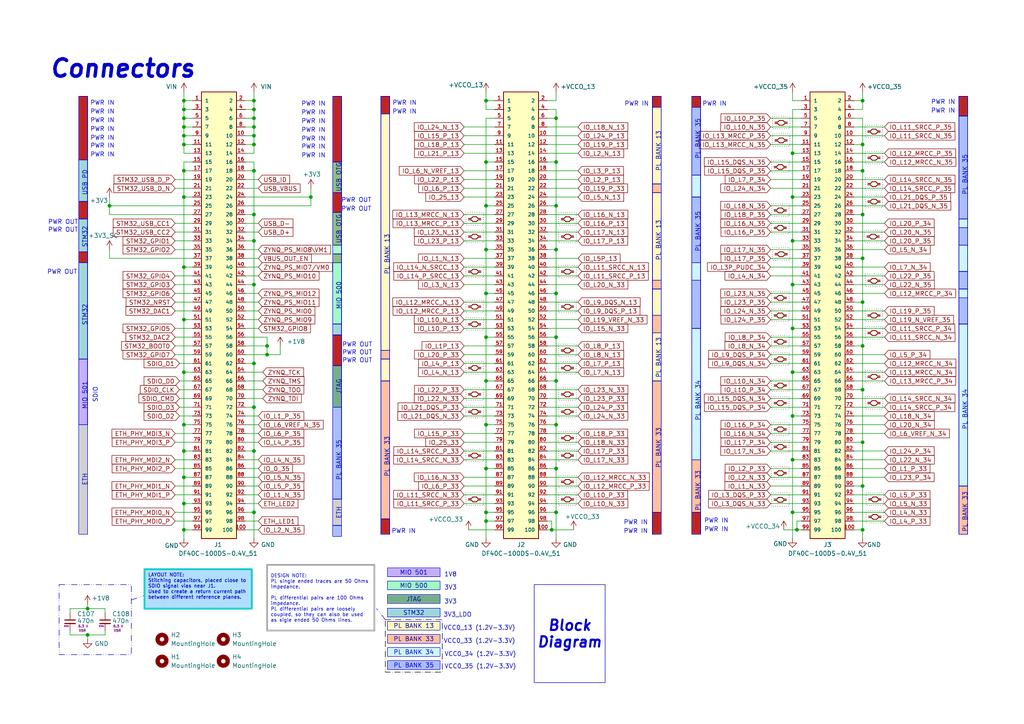
<source format=kicad_sch>
(kicad_sch (version 20231120) (generator "eeschema") (generator_version "8.0")
  (paper "A4")
  (title_block (title "Connectors") (date "2024-09-22") (rev "1.0"))
  (junction (at 161.29 148.59))
  (junction (at 53.34 49.53))
  (junction (at 140.97 97.79))
  (junction (at 31.75 59.69))
  (junction (at 73.66 34.29))
  (junction (at 250.19 128.27))
  (junction (at 161.29 110.49))
  (junction (at 140.97 110.49))
  (junction (at 161.29 59.69))
  (junction (at 73.66 82.55))
  (junction (at 53.34 153.67))
  (junction (at 140.97 72.39))
  (junction (at 53.34 41.91))
  (junction (at 231.14 153.67))
  (junction (at 250.19 113.03))
  (junction (at 250.19 74.93))
  (junction (at 160.02 153.67))
  (junction (at 73.66 36.83))
  (junction (at 250.19 29.21))
  (junction (at 25.4 176.53))
  (junction (at 229.87 95.25))
  (junction (at 53.34 34.29))
  (junction (at 140.97 135.89))
  (junction (at 53.34 130.81))
  (junction (at 140.97 123.19))
  (junction (at 90.17 57.15))
  (junction (at 73.66 62.23))
  (junction (at 229.87 57.15))
  (junction (at 229.87 107.95))
  (junction (at 53.34 39.37))
  (junction (at 140.97 85.09))
  (junction (at 73.66 39.37))
  (junction (at 161.29 97.79))
  (junction (at 73.66 31.75))
  (junction (at 140.97 29.21))
  (junction (at 140.97 148.59))
  (junction (at 53.34 31.75))
  (junction (at 229.87 44.45))
  (junction (at 53.34 29.21))
  (junction (at 161.29 85.09))
  (junction (at 161.29 34.29))
  (junction (at 250.19 153.67))
  (junction (at 250.19 140.97))
  (junction (at 250.19 49.53))
  (junction (at 73.66 69.85))
  (junction (at 53.34 138.43))
  (junction (at 250.19 62.23))
  (junction (at 229.87 120.65))
  (junction (at 140.97 59.69))
  (junction (at 53.34 77.47))
  (junction (at 229.87 148.59))
  (junction (at 140.97 151.13))
  (junction (at 77.47 100.33))
  (junction (at 250.19 87.63))
  (junction (at 73.66 29.21))
  (junction (at 53.34 107.95))
  (junction (at 229.87 69.85))
  (junction (at 161.29 46.99))
  (junction (at 140.97 46.99))
  (junction (at 161.29 135.89))
  (junction (at 250.19 100.33))
  (junction (at 161.29 123.19))
  (junction (at 73.66 118.11))
  (junction (at 73.66 148.59))
  (junction (at 53.34 146.05))
  (junction (at 53.34 36.83))
  (junction (at 229.87 133.35))
  (junction (at 53.34 92.71))
  (junction (at 73.66 105.41))
  (junction (at 161.29 72.39))
  (junction (at 250.19 41.91))
  (junction (at 229.87 82.55))
  (junction (at 25.4 184.15))
  (junction (at 73.66 41.91))
  (junction (at 77.47 102.87))
  (junction (at 73.66 49.53))
  (junction (at 73.66 130.81))
  (junction (at 53.34 57.15))
  (junction (at 53.34 123.19))
  (polyline (pts (xy 226.822 90.805) (xy 225.806 90.805)) (stroke (width 0.25) (color 132 0 0 1)))
  (polyline (pts (xy 136.652 63.754) (xy 137.16 64.262)) (stroke (width 0.25) (color 132 0 0 1)))
  (wire (pts (xy 53.34 153.67) (xy 53.34 156.21)))
  (wire (pts (xy 134.62 115.57) (xy 143.51 115.57)))
  (polyline (pts (xy 138.684 132.334) (xy 139.446 132.334)) (stroke (width 0.25) (color 132 0 0 1)))
  (polyline (pts (xy 165.608 139.954) (xy 166.37 139.954)) (stroke (width 0.25) (color 132 0 0 1)))
  (polyline (pts (xy 254 95.885) (xy 252.984 95.885)) (stroke (width 0.25) (color 132 0 0 1)))
  (wire (pts (xy 158.75 110.49) (xy 161.29 110.49)))
  (wire (pts (xy 256.54 39.37) (xy 247.65 39.37)))
  (polyline (pts (xy 251.46 68.834) (xy 252.222 68.834)) (stroke (width 0.25) (color 132 0 0 1)))
  (polyline (pts (xy 255.27 53.213) (xy 254.508 53.213)) (stroke (width 0.25) (color 132 0 0 1)))
  (polyline (pts (xy 224.536 124.714) (xy 225.298 124.714)) (stroke (width 0.25) (color 132 0 0 1)))
  (polyline (pts (xy 163.576 114.554) (xy 164.084 115.062)) (stroke (width 0.25) (color 132 0 0 1)))
  (wire (pts (xy 256.54 52.07) (xy 247.65 52.07)))
  (polyline (pts (xy 136.652 145.034) (xy 137.16 145.542)) (stroke (width 0.25) (color 132 0 0 1)))
  (wire (pts (xy 73.66 62.23) (xy 73.66 69.85)))
  (polyline (pts (xy 138.176 94.742) (xy 138.684 94.234)) (stroke (width 0.25) (color 132 0 0 1)))
  (polyline (pts (xy 255.27 96.393) (xy 254.508 96.393)) (stroke (width 0.25) (color 132 0 0 1)))
  (polyline (pts (xy 135.89 89.154) (xy 136.652 89.154)) (stroke (width 0.25) (color 132 0 0 1)))
  (polyline (pts (xy 138.176 120.142) (xy 138.684 119.634)) (stroke (width 0.25) (color 132 0 0 1)))
  (polyline (pts (xy 138.684 89.154) (xy 139.446 89.154)) (stroke (width 0.25) (color 132 0 0 1)))
  (wire (pts (xy 71.12 107.95) (xy 76.2 107.95)))
  (polyline (pts (xy 164.084 79.502) (xy 165.1 79.502)) (stroke (width 0.25) (color 132 0 0 1)))
  (polyline (pts (xy 164.084 107.442) (xy 165.1 107.442)) (stroke (width 0.25) (color 132 0 0 1)))
  (polyline (pts (xy 252.984 46.482) (xy 254 46.482)) (stroke (width 0.25) (color 132 0 0 1)))
  (wire (pts (xy 71.12 41.91) (xy 73.66 41.91)))
  (polyline (pts (xy 251.714 96.774) (xy 252.476 96.774)) (stroke (width 0.25) (color 132 0 0 1)))
  (polyline (pts (xy 252.984 117.602) (xy 254 117.602)) (stroke (width 0.25) (color 132 0 0 1)))
  (polyline (pts (xy 165.608 88.773) (xy 165.1 88.265)) (stroke (width 0.25) (color 132 0 0 1)))
  (wire (pts (xy 158.75 59.69) (xy 161.29 59.69)))
  (polyline (pts (xy 226.822 47.752) (xy 225.806 47.752)) (stroke (width 0.25) (color 132 0 0 1)))
  (polyline (pts (xy 225.298 137.033) (xy 224.536 137.033)) (stroke (width 0.25) (color 132 0 0 1)))
  (polyline (pts (xy 135.89 114.554) (xy 136.652 114.554)) (stroke (width 0.25) (color 132 0 0 1)))
  (polyline (pts (xy 137.16 145.542) (xy 138.176 145.542)) (stroke (width 0.25) (color 132 0 0 1)))
  (wire (pts (xy 73.66 36.83) (xy 73.66 34.29)))
  (polyline (pts (xy 224.536 112.014) (xy 225.298 112.014)) (stroke (width 0.25) (color 132 0 0 1)))
  (polyline (pts (xy 164.084 69.342) (xy 165.1 69.342)) (stroke (width 0.25) (color 132 0 0 1)))
  (polyline (pts (xy 138.684 68.453) (xy 138.176 67.945)) (stroke (width 0.25) (color 132 0 0 1)))
  (polyline (pts (xy 138.684 63.754) (xy 139.446 63.754)) (stroke (width 0.25) (color 132 0 0 1)))
  (wire (pts (xy 229.87 107.95) (xy 229.87 120.65)))
  (polyline (pts (xy 224.536 129.794) (xy 225.298 129.794)) (stroke (width 0.25) (color 132 0 0 1)))
  (wire (pts (xy 140.97 123.19) (xy 140.97 135.89)))
  (wire (pts (xy 25.4 184.15) (xy 30.48 184.15)))
  (polyline (pts (xy 138.176 118.745) (xy 137.16 118.745)) (stroke (width 0.25) (color 132 0 0 1)))
  (polyline (pts (xy 227.584 73.533) (xy 227.076 73.025)) (stroke (width 0.25) (color 132 0 0 1)))
  (wire (pts (xy 74.93 87.63) (xy 71.12 87.63)))
  (wire (pts (xy 53.34 138.43) (xy 53.34 146.05)))
  (polyline (pts (xy 136.652 88.773) (xy 135.89 88.773)) (stroke (width 0.25) (color 132 0 0 1)))
  (polyline (pts (xy 138.176 145.542) (xy 138.684 145.034)) (stroke (width 0.25) (color 132 0 0 1)))
  (wire (pts (xy 256.54 36.83) (xy 247.65 36.83)))
  (polyline (pts (xy 163.576 127.254) (xy 164.084 127.762)) (stroke (width 0.25) (color 132 0 0 1)))
  (polyline (pts (xy 252.476 58.293) (xy 251.714 58.293)) (stroke (width 0.25) (color 132 0 0 1)))
  (wire (pts (xy 161.29 72.39) (xy 161.29 85.09)))
  (wire (pts (xy 256.54 69.85) (xy 247.65 69.85)))
  (polyline (pts (xy 137.16 94.742) (xy 138.176 94.742)) (stroke (width 0.25) (color 132 0 0 1)))
  (wire (pts (xy 134.62 125.73) (xy 143.51 125.73)))
  (wire (pts (xy 247.65 140.97) (xy 250.19 140.97)))
  (polyline (pts (xy 165.608 78.994) (xy 166.37 78.994)) (stroke (width 0.25) (color 132 0 0 1)))
  (polyline (pts (xy 166.37 126.873) (xy 165.608 126.873)) (stroke (width 0.25) (color 132 0 0 1)))
  (polyline (pts (xy 139.446 114.173) (xy 138.684 114.173)) (stroke (width 0.25) (color 132 0 0 1)))
  (wire (pts (xy 140.97 59.69) (xy 143.51 59.69)))
  (polyline (pts (xy 136.652 68.453) (xy 135.89 68.453)) (stroke (width 0.25) (color 132 0 0 1)))
  (polyline (pts (xy 138.684 106.934) (xy 139.446 106.934)) (stroke (width 0.25) (color 132 0 0 1)))
  (wire (pts (xy 74.93 67.31) (xy 71.12 67.31)))
  (wire (pts (xy 223.52 41.91) (xy 232.41 41.91)))
  (wire (pts (xy 73.66 29.21) (xy 73.66 31.75)))
  (polyline (pts (xy 136.652 89.154) (xy 137.16 89.662)) (stroke (width 0.25) (color 132 0 0 1)))
  (wire (pts (xy 256.54 130.81) (xy 247.65 130.81)))
  (wire (pts (xy 256.54 57.15) (xy 247.65 57.15)))
  (polyline (pts (xy 139.446 119.253) (xy 138.684 119.253)) (stroke (width 0.25) (color 132 0 0 1)))
  (polyline (pts (xy 138.684 119.253) (xy 138.176 118.745)) (stroke (width 0.25) (color 132 0 0 1)))
  (wire (pts (xy 250.19 87.63) (xy 250.19 100.33)))
  (wire (pts (xy 134.62 105.41) (xy 143.51 105.41)))
  (wire (pts (xy 20.32 184.15) (xy 20.32 182.88)))
  (polyline (pts (xy 254.508 53.213) (xy 254 52.705)) (stroke (width 0.25) (color 132 0 0 1)))
  (polyline (pts (xy 138.684 63.373) (xy 138.176 62.865)) (stroke (width 0.25) (color 132 0 0 1)))
  (wire (pts (xy 50.8 85.09) (xy 55.88 85.09)))
  (polyline (pts (xy 136.652 132.334) (xy 137.16 132.842)) (stroke (width 0.25) (color 132 0 0 1)))
  (wire (pts (xy 167.64 52.07) (xy 158.75 52.07)))
  (polyline (pts (xy 138.176 78.105) (xy 137.16 78.105)) (stroke (width 0.25) (color 132 0 0 1)))
  (wire (pts (xy 250.19 29.21) (xy 247.65 29.21)))
  (polyline (pts (xy 251.968 150.114) (xy 252.73 150.114)) (stroke (width 0.25) (color 132 0 0 1)))
  (polyline (pts (xy 162.814 78.994) (xy 163.576 78.994)) (stroke (width 0.25) (color 132 0 0 1)))
  (wire (pts (xy 140.97 123.19) (xy 143.51 123.19)))
  (polyline (pts (xy 164.084 102.362) (xy 165.1 102.362)) (stroke (width 0.25) (color 132 0 0 1)))
  (polyline (pts (xy 162.814 132.334) (xy 163.576 132.334)) (stroke (width 0.25) (color 132 0 0 1)))
  (wire (pts (xy 223.52 138.43) (xy 232.41 138.43)))
  (wire (pts (xy 71.12 59.69) (xy 90.17 59.69)))
  (polyline (pts (xy 255.27 116.713) (xy 254.508 116.713)) (stroke (width 0.25) (color 132 0 0 1)))
  (polyline (pts (xy 252.984 116.205) (xy 252.476 116.713)) (stroke (width 0.25) (color 132 0 0 1)))
  (wire (pts (xy 53.34 153.67) (xy 55.88 153.67)))
  (polyline (pts (xy 226.822 98.425) (xy 225.806 98.425)) (stroke (width 0.25) (color 132 0 0 1)))
  (polyline (pts (xy 227.33 144.78) (xy 226.822 144.272)) (stroke (width 0.25) (color 132 0 0 1)))
  (wire (pts (xy 140.97 34.29) (xy 140.97 46.99)))
  (wire (pts (xy 134.62 67.31) (xy 143.51 67.31)))
  (polyline (pts (xy 166.37 144.653) (xy 165.608 144.653)) (stroke (width 0.25) (color 132 0 0 1)))
  (wire (pts (xy 53.34 31.75) (xy 55.88 31.75)))
  (polyline (pts (xy 254.508 58.293) (xy 254 57.785)) (stroke (width 0.25) (color 132 0 0 1)))
  (wire (pts (xy 53.34 49.53) (xy 55.88 49.53)))
  (polyline (pts (xy 254 59.182) (xy 254.508 58.674)) (stroke (width 0.25) (color 132 0 0 1)))
  (polyline (pts (xy 226.822 117.602) (xy 227.33 117.094)) (stroke (width 0.25) (color 132 0 0 1)))
  (polyline (pts (xy 228.092 60.833) (xy 227.33 60.833)) (stroke (width 0.25) (color 132 0 0 1)))
  (wire (pts (xy 134.62 62.23) (xy 143.51 62.23)))
  (polyline (pts (xy 225.298 117.094) (xy 225.806 117.602)) (stroke (width 0.25) (color 132 0 0 1)))
  (polyline (pts (xy 163.576 89.154) (xy 164.084 89.662)) (stroke (width 0.25) (color 132 0 0 1)))
  (polyline (pts (xy 162.814 101.854) (xy 163.576 101.854)) (stroke (width 0.25) (color 132 0 0 1)))
  (polyline (pts (xy 225.298 86.233) (xy 224.536 86.233)) (stroke (width 0.25) (color 132 0 0 1)))
  (polyline (pts (xy 227.33 129.794) (xy 228.092 129.794)) (stroke (width 0.25) (color 132 0 0 1)))
  (polyline (pts (xy 225.298 111.633) (xy 224.536 111.633)) (stroke (width 0.25) (color 132 0 0 1)))
  (wire (pts (xy 229.87 69.85) (xy 232.41 69.85)))
  (polyline (pts (xy 224.536 117.094) (xy 225.298 117.094)) (stroke (width 0.25) (color 132 0 0 1)))
  (wire (pts (xy 71.12 62.23) (xy 73.66 62.23)))
  (wire (pts (xy 167.64 82.55) (xy 158.75 82.55)))
  (polyline (pts (xy 228.092 144.78) (xy 227.33 144.78)) (stroke (width 0.25) (color 132 0 0 1)))
  (polyline (pts (xy 224.536 145.161) (xy 225.298 145.161)) (stroke (width 0.25) (color 132 0 0 1)))
  (polyline (pts (xy 224.536 48.641) (xy 225.298 48.641)) (stroke (width 0.25) (color 132 0 0 1)))
  (polyline (pts (xy 251.714 45.974) (xy 252.476 45.974)) (stroke (width 0.25) (color 132 0 0 1)))
  (wire (pts (xy 30.48 182.88) (xy 30.48 184.15)))
  (wire (pts (xy 229.87 26.67) (xy 229.87 29.21)))
  (polyline (pts (xy 252.984 52.705) (xy 252.476 53.213)) (stroke (width 0.25) (color 132 0 0 1)))
  (wire (pts (xy 223.52 146.05) (xy 232.41 146.05)))
  (wire (pts (xy 77.47 100.33) (xy 77.47 102.87)))
  (wire (pts (xy 250.19 41.91) (xy 250.19 49.53)))
  (polyline (pts (xy 225.552 40.513) (xy 224.79 40.513)) (stroke (width 0.25) (color 132 0 0 1)))
  (wire (pts (xy 53.34 146.05) (xy 55.88 146.05)))
  (wire (pts (xy 223.52 92.71) (xy 232.41 92.71)))
  (polyline (pts (xy 227.33 137.033) (xy 226.822 136.525)) (stroke (width 0.25) (color 132 0 0 1)))
  (polyline (pts (xy 165.1 89.662) (xy 165.608 89.154)) (stroke (width 0.25) (color 132 0 0 1)))
  (polyline (pts (xy 252.984 108.585) (xy 252.476 109.093)) (stroke (width 0.25) (color 132 0 0 1)))
  (wire (pts (xy 231.14 151.13) (xy 231.14 153.67)))
  (wire (pts (xy 71.12 100.33) (xy 77.47 100.33)))
  (polyline (pts (xy 254.508 96.774) (xy 255.27 96.774)) (stroke (width 0.25) (color 132 0 0 1)))
  (wire (pts (xy 31.75 59.69) (xy 31.75 57.15)))
  (wire (pts (xy 250.19 49.53) (xy 250.19 62.23)))
  (polyline (pts (xy 164.084 144.145) (xy 163.576 144.653)) (stroke (width 0.25) (color 132 0 0 1)))
  (wire (pts (xy 247.65 113.03) (xy 250.19 113.03)))
  (polyline (pts (xy 226.822 145.669) (xy 227.33 145.161)) (stroke (width 0.25) (color 132 0 0 1)))
  (wire (pts (xy 256.54 59.69) (xy 247.65 59.69)))
  (wire (pts (xy 53.34 46.99) (xy 55.88 46.99)))
  (wire (pts (xy 167.64 90.17) (xy 158.75 90.17)))
  (wire (pts (xy 140.97 135.89) (xy 143.51 135.89)))
  (wire (pts (xy 250.19 128.27) (xy 250.19 140.97)))
  (polyline (pts (xy 253.238 144.145) (xy 252.73 144.653)) (stroke (width 0.25) (color 132 0 0 1)))
  (polyline (pts (xy 225.806 49.149) (xy 226.822 49.149)) (stroke (width 0.25) (color 132 0 0 1)))
  (polyline (pts (xy 135.89 68.834) (xy 136.652 68.834)) (stroke (width 0.25) (color 132 0 0 1)))
  (polyline (pts (xy 252.476 58.674) (xy 252.984 59.182)) (stroke (width 0.25) (color 132 0 0 1)))
  (polyline (pts (xy 138.684 131.953) (xy 138.176 131.445)) (stroke (width 0.25) (color 132 0 0 1)))
  (polyline (pts (xy 252.476 38.354) (xy 252.984 38.862)) (stroke (width 0.25) (color 132 0 0 1)))
  (wire (pts (xy 223.52 67.31) (xy 232.41 67.31)))
  (polyline (pts (xy 166.37 88.773) (xy 165.608 88.773)) (stroke (width 0.25) (color 132 0 0 1)))
  (wire (pts (xy 73.66 29.21) (xy 71.12 29.21)))
  (wire (pts (xy 143.51 34.29) (xy 140.97 34.29)))
  (polyline (pts (xy 226.822 144.272) (xy 225.806 144.272)) (stroke (width 0.25) (color 132 0 0 1)))
  (wire (pts (xy 134.62 128.27) (xy 143.51 128.27)))
  (wire (pts (xy 20.32 176.53) (xy 25.4 176.53)))
  (polyline (pts (xy 226.822 125.222) (xy 227.33 124.714)) (stroke (width 0.25) (color 132 0 0 1)))
  (polyline (pts (xy 135.89 78.994) (xy 136.652 78.994)) (stroke (width 0.25) (color 132 0 0 1)))
  (wire (pts (xy 250.19 29.21) (xy 250.19 31.75)))
  (polyline (pts (xy 225.552 35.814) (xy 226.06 36.322)) (stroke (width 0.25) (color 132 0 0 1)))
  (polyline (pts (xy 228.092 137.033) (xy 227.33 137.033)) (stroke (width 0.25) (color 132 0 0 1)))
  (wire (pts (xy 50.8 67.31) (xy 55.88 67.31)))
  (polyline (pts (xy 138.176 79.502) (xy 138.684 78.994)) (stroke (width 0.25) (color 132 0 0 1)))
  (polyline (pts (xy 225.552 73.914) (xy 226.06 74.422)) (stroke (width 0.25) (color 132 0 0 1)))
  (polyline (pts (xy 225.298 137.414) (xy 225.806 137.922)) (stroke (width 0.25) (color 132 0 0 1)))
  (polyline (pts (xy 255.27 91.313) (xy 254.508 91.313)) (stroke (width 0.25) (color 132 0 0 1)))
  (polyline (pts (xy 252.73 144.653) (xy 251.968 144.653)) (stroke (width 0.25) (color 132 0 0 1)))
  (polyline (pts (xy 165.608 63.754) (xy 166.37 63.754)) (stroke (width 0.25) (color 132 0 0 1)))
  (polyline (pts (xy 254.508 117.094) (xy 255.27 117.094)) (stroke (width 0.25) (color 132 0 0 1)))
  (wire (pts (xy 167.64 95.25) (xy 158.75 95.25)))
  (polyline (pts (xy 162.814 106.934) (xy 163.576 106.934)) (stroke (width 0.25) (color 132 0 0 1)))
  (polyline (pts (xy 163.576 131.953) (xy 162.814 131.953)) (stroke (width 0.25) (color 132 0 0 1)))
  (polyline (pts (xy 226.06 36.322) (xy 227.076 36.322)) (stroke (width 0.25) (color 132 0 0 1)))
  (wire (pts (xy 74.93 123.19) (xy 71.12 123.19)))
  (wire (pts (xy 140.97 148.59) (xy 143.51 148.59)))
  (wire (pts (xy 256.54 54.61) (xy 247.65 54.61)))
  (polyline (pts (xy 164.084 140.462) (xy 165.1 140.462)) (stroke (width 0.25) (color 132 0 0 1)))
  (polyline (pts (xy 137.16 67.945) (xy 136.652 68.453)) (stroke (width 0.25) (color 132 0 0 1)))
  (polyline (pts (xy 252.984 37.465) (xy 252.476 37.973)) (stroke (width 0.25) (color 132 0 0 1)))
  (polyline (pts (xy 252.984 45.085) (xy 252.476 45.593)) (stroke (width 0.25) (color 132 0 0 1)))
  (wire (pts (xy 250.19 153.67) (xy 250.19 156.21)))
  (wire (pts (xy 55.88 133.35) (xy 50.8 133.35)))
  (polyline (pts (xy 228.092 86.233) (xy 227.33 86.233)) (stroke (width 0.25) (color 132 0 0 1)))
  (wire (pts (xy 31.75 62.23) (xy 55.88 62.23)))
  (polyline (pts (xy 163.576 119.253) (xy 162.814 119.253)) (stroke (width 0.25) (color 132 0 0 1)))
  (wire (pts (xy 77.47 102.87) (xy 71.12 102.87)))
  (polyline (pts (xy 252.476 81.661) (xy 252.984 82.169)) (stroke (width 0.25) (color 132 0 0 1)))
  (polyline (pts (xy 163.576 78.994) (xy 164.084 79.502)) (stroke (width 0.25) (color 132 0 0 1)))
  (polyline (pts (xy 138.684 145.034) (xy 139.446 145.034)) (stroke (width 0.25) (color 132 0 0 1)))
  (polyline (pts (xy 165.1 79.502) (xy 165.608 78.994)) (stroke (width 0.25) (color 132 0 0 1)))
  (polyline (pts (xy 226.822 99.822) (xy 227.33 99.314)) (stroke (width 0.25) (color 132 0 0 1)))
  (wire (pts (xy 134.62 77.47) (xy 143.51 77.47)))
  (polyline (pts (xy 138.176 106.045) (xy 137.16 106.045)) (stroke (width 0.25) (color 132 0 0 1)))
  (polyline (pts (xy 251.714 58.674) (xy 252.476 58.674)) (stroke (width 0.25) (color 132 0 0 1)))
  (polyline (pts (xy 253.238 145.542) (xy 254.254 145.542)) (stroke (width 0.25) (color 132 0 0 1)))
  (wire (pts (xy 134.62 69.85) (xy 143.51 69.85)))
  (polyline (pts (xy 165.608 114.173) (xy 165.1 113.665)) (stroke (width 0.25) (color 132 0 0 1)))
  (wire (pts (xy 256.54 85.09) (xy 247.65 85.09)))
  (wire (pts (xy 140.97 151.13) (xy 140.97 156.21)))
  (polyline (pts (xy 163.576 132.334) (xy 164.084 132.842)) (stroke (width 0.25) (color 132 0 0 1)))
  (wire (pts (xy 223.52 110.49) (xy 232.41 110.49)))
  (wire (pts (xy 158.75 135.89) (xy 161.29 135.89)))
  (polyline (pts (xy 225.806 111.125) (xy 225.298 111.633)) (stroke (width 0.25) (color 132 0 0 1)))
  (polyline (pts (xy 252.476 109.474) (xy 252.984 109.982)) (stroke (width 0.25) (color 132 0 0 1)))
  (polyline (pts (xy 226.822 128.905) (xy 225.806 128.905)) (stroke (width 0.25) (color 132 0 0 1)))
  (wire (pts (xy 247.65 97.79) (xy 256.54 97.79)))
  (polyline (pts (xy 163.576 63.754) (xy 164.084 64.262)) (stroke (width 0.25) (color 132 0 0 1)))
  (wire (pts (xy 140.97 26.67) (xy 140.97 29.21)))
  (wire (pts (xy 134.62 138.43) (xy 143.51 138.43)))
  (polyline (pts (xy 164.084 132.842) (xy 165.1 132.842)) (stroke (width 0.25) (color 132 0 0 1)))
  (polyline (pts (xy 138.176 144.145) (xy 137.16 144.145)) (stroke (width 0.25) (color 132 0 0 1)))
  (polyline (pts (xy 164.084 118.745) (xy 163.576 119.253)) (stroke (width 0.25) (color 132 0 0 1)))
  (polyline (pts (xy 138.176 132.842) (xy 138.684 132.334)) (stroke (width 0.25) (color 132 0 0 1)))
  (wire (pts (xy 247.65 100.33) (xy 250.19 100.33)))
  (polyline (pts (xy 251.714 53.594) (xy 252.476 53.594)) (stroke (width 0.25) (color 132 0 0 1)))
  (polyline (pts (xy 254.762 145.034) (xy 255.524 145.034)) (stroke (width 0.25) (color 132 0 0 1)))
  (wire (pts (xy 53.34 49.53) (xy 53.34 57.15)))
  (wire (pts (xy 53.34 107.95) (xy 55.88 107.95)))
  (polyline (pts (xy 164.084 62.865) (xy 163.576 63.373)) (stroke (width 0.25) (color 132 0 0 1)))
  (wire (pts (xy 73.66 31.75) (xy 73.66 34.29)))
  (polyline (pts (xy 253.238 149.225) (xy 252.73 149.733)) (stroke (width 0.25) (color 132 0 0 1)))
  (polyline (pts (xy 166.37 78.613) (xy 165.608 78.613)) (stroke (width 0.25) (color 132 0 0 1)))
  (wire (pts (xy 223.52 125.73) (xy 232.41 125.73)))
  (polyline (pts (xy 251.714 117.094) (xy 252.476 117.094)) (stroke (width 0.25) (color 132 0 0 1)))
  (polyline (pts (xy 165.608 126.873) (xy 165.1 126.365)) (stroke (width 0.25) (color 132 0 0 1)))
  (polyline (pts (xy 225.806 117.602) (xy 226.822 117.602)) (stroke (width 0.25) (color 132 0 0 1)))
  (wire (pts (xy 167.64 115.57) (xy 158.75 115.57)))
  (polyline (pts (xy 166.37 63.373) (xy 165.608 63.373)) (stroke (width 0.25) (color 132 0 0 1)))
  (polyline (pts (xy 253.746 69.342) (xy 254.254 68.834)) (stroke (width 0.25) (color 132 0 0 1)))
  (wire (pts (xy 167.64 77.47) (xy 158.75 77.47)))
  (wire (pts (xy 223.52 39.37) (xy 232.41 39.37)))
  (wire (pts (xy 53.34 92.71) (xy 53.34 77.47)))
  (polyline (pts (xy 254.508 109.093) (xy 254 108.585)) (stroke (width 0.25) (color 132 0 0 1)))
  (polyline (pts (xy 163.576 126.873) (xy 162.814 126.873)) (stroke (width 0.25) (color 132 0 0 1)))
  (polyline (pts (xy 226.822 92.202) (xy 227.33 91.694)) (stroke (width 0.25) (color 132 0 0 1)))
  (wire (pts (xy 134.62 133.35) (xy 143.51 133.35)))
  (wire (pts (xy 160.02 151.13) (xy 160.02 153.67)))
  (polyline (pts (xy 138.684 88.773) (xy 138.176 88.265)) (stroke (width 0.25) (color 132 0 0 1)))
  (wire (pts (xy 50.8 97.79) (xy 55.88 97.79)))
  (polyline (pts (xy 226.06 40.005) (xy 225.552 40.513)) (stroke (width 0.25) (color 132 0 0 1)))
  (wire (pts (xy 71.12 46.99) (xy 73.66 46.99)))
  (wire (pts (xy 247.65 72.39) (xy 256.54 72.39)))
  (polyline (pts (xy 225.806 90.805) (xy 225.298 91.313)) (stroke (width 0.25) (color 132 0 0 1)))
  (wire (pts (xy 53.34 57.15) (xy 55.88 57.15)))
  (wire (pts (xy 229.87 57.15) (xy 232.41 57.15)))
  (polyline (pts (xy 163.576 106.553) (xy 162.814 106.553)) (stroke (width 0.25) (color 132 0 0 1)))
  (wire (pts (xy 167.64 74.93) (xy 158.75 74.93)))
  (wire (pts (xy 161.29 97.79) (xy 161.29 110.49)))
  (wire (pts (xy 256.54 77.47) (xy 247.65 77.47)))
  (polyline (pts (xy 163.576 63.373) (xy 162.814 63.373)) (stroke (width 0.25) (color 132 0 0 1)))
  (wire (pts (xy 74.93 72.39) (xy 71.12 72.39)))
  (wire (pts (xy 247.65 143.51) (xy 256.54 143.51)))
  (polyline (pts (xy 165.608 101.854) (xy 166.37 101.854)) (stroke (width 0.25) (color 132 0 0 1)))
  (wire (pts (xy 134.62 41.91) (xy 143.51 41.91)))
  (polyline (pts (xy 251.968 145.034) (xy 252.73 145.034)) (stroke (width 0.25) (color 132 0 0 1)))
  (polyline (pts (xy 226.822 116.205) (xy 225.806 116.205)) (stroke (width 0.25) (color 132 0 0 1)))
  (wire (pts (xy 50.8 87.63) (xy 55.88 87.63)))
  (wire (pts (xy 77.47 97.79) (xy 77.47 100.33)))
  (wire (pts (xy 140.97 110.49) (xy 140.97 123.19)))
  (polyline (pts (xy 224.536 91.694) (xy 225.298 91.694)) (stroke (width 0.25) (color 132 0 0 1)))
  (polyline (pts (xy 225.806 116.205) (xy 225.298 116.713)) (stroke (width 0.25) (color 132 0 0 1)))
  (wire (pts (xy 53.34 39.37) (xy 53.34 36.83)))
  (polyline (pts (xy 138.176 113.665) (xy 137.16 113.665)) (stroke (width 0.25) (color 132 0 0 1)))
  (polyline (pts (xy 111.76 179.705) (xy 109.22 176.53)) (stroke (width 0) (type dash_dot_dot)))
  (polyline (pts (xy 225.298 129.794) (xy 225.806 130.302)) (stroke (width 0.25) (color 132 0 0 1)))
  (polyline (pts (xy 225.806 60.325) (xy 225.298 60.833)) (stroke (width 0.25) (color 132 0 0 1)))
  (wire (pts (xy 134.62 36.83) (xy 143.51 36.83)))
  (polyline (pts (xy 225.806 66.802) (xy 226.822 66.802)) (stroke (width 0.25) (color 132 0 0 1)))
  (polyline (pts (xy 165.1 131.445) (xy 164.084 131.445)) (stroke (width 0.25) (color 132 0 0 1)))
  (wire (pts (xy 71.12 69.85) (xy 73.66 69.85)))
  (polyline (pts (xy 165.1 62.865) (xy 164.084 62.865)) (stroke (width 0.25) (color 132 0 0 1)))
  (polyline (pts (xy 225.806 104.902) (xy 226.822 104.902)) (stroke (width 0.25) (color 132 0 0 1)))
  (polyline (pts (xy 252.476 45.593) (xy 251.714 45.593)) (stroke (width 0.25) (color 132 0 0 1)))
  (polyline (pts (xy 228.346 73.533) (xy 227.584 73.533)) (stroke (width 0.25) (color 132 0 0 1)))
  (wire (pts (xy 71.12 49.53) (xy 73.66 49.53)))
  (polyline (pts (xy 252.476 96.774) (xy 252.984 97.282)) (stroke (width 0.25) (color 132 0 0 1)))
  (wire (pts (xy 167.64 69.85) (xy 158.75 69.85)))
  (wire (pts (xy 161.29 26.67) (xy 161.29 29.21)))
  (wire (pts (xy 55.88 140.97) (xy 50.8 140.97)))
  (polyline (pts (xy 163.576 145.034) (xy 164.084 145.542)) (stroke (width 0.25) (color 132 0 0 1)))
  (polyline (pts (xy 137.16 79.502) (xy 138.176 79.502)) (stroke (width 0.25) (color 132 0 0 1)))
  (polyline (pts (xy 139.446 144.653) (xy 138.684 144.653)) (stroke (width 0.25) (color 132 0 0 1)))
  (wire (pts (xy 52.07 115.57) (xy 55.88 115.57)))
  (polyline (pts (xy 254.508 58.674) (xy 255.27 58.674)) (stroke (width 0.25) (color 132 0 0 1)))
  (wire (pts (xy 134.62 90.17) (xy 143.51 90.17)))
  (polyline (pts (xy 225.298 104.394) (xy 225.806 104.902)) (stroke (width 0.25) (color 132 0 0 1)))
  (wire (pts (xy 134.62 74.93) (xy 143.51 74.93)))
  (polyline (pts (xy 252.222 68.834) (xy 252.73 69.342)) (stroke (width 0.25) (color 132 0 0 1)))
  (polyline (pts (xy 252.984 57.785) (xy 252.476 58.293)) (stroke (width 0.25) (color 132 0 0 1)))
  (polyline (pts (xy 38.1 173.99) (xy 41.91 172.72)) (stroke (width 0) (type dash_dot_dot)))
  (wire (pts (xy 140.97 85.09) (xy 140.97 97.79)))
  (wire (pts (xy 167.64 41.91) (xy 158.75 41.91)))
  (polyline (pts (xy 227.33 91.313) (xy 226.822 90.805)) (stroke (width 0.25) (color 132 0 0 1)))
  (polyline (pts (xy 165.608 127.254) (xy 166.37 127.254)) (stroke (width 0.25) (color 132 0 0 1)))
  (polyline (pts (xy 139.446 131.953) (xy 138.684 131.953)) (stroke (width 0.25) (color 132 0 0 1)))
  (polyline (pts (xy 166.37 119.253) (xy 165.608 119.253)) (stroke (width 0.25) (color 132 0 0 1)))
  (polyline (pts (xy 224.79 35.814) (xy 225.552 35.814)) (stroke (width 0.25) (color 132 0 0 1)))
  (polyline (pts (xy 138.684 114.173) (xy 138.176 113.665)) (stroke (width 0.25) (color 132 0 0 1)))
  (wire (pts (xy 134.62 102.87) (xy 143.51 102.87)))
  (polyline (pts (xy 255.27 45.593) (xy 254.508 45.593)) (stroke (width 0.25) (color 132 0 0 1)))
  (polyline (pts (xy 164.084 67.945) (xy 163.576 68.453)) (stroke (width 0.25) (color 132 0 0 1)))
  (wire (pts (xy 229.87 31.75) (xy 229.87 44.45)))
  (polyline (pts (xy 224.79 40.894) (xy 225.552 40.894)) (stroke (width 0.25) (color 132 0 0 1)))
  (wire (pts (xy 223.52 97.79) (xy 232.41 97.79)))
  (wire (pts (xy 134.62 130.81) (xy 143.51 130.81)))
  (wire (pts (xy 55.88 125.73) (xy 50.8 125.73)))
  (polyline (pts (xy 137.16 144.145) (xy 136.652 144.653)) (stroke (width 0.25) (color 132 0 0 1)))
  (wire (pts (xy 53.34 57.15) (xy 53.34 77.47)))
  (polyline (pts (xy 252.984 92.202) (xy 254 92.202)) (stroke (width 0.25) (color 132 0 0 1)))
  (wire (pts (xy 232.41 151.13) (xy 231.14 151.13)))
  (wire (pts (xy 31.75 62.23) (xy 31.75 59.69)))
  (polyline (pts (xy 253.746 67.945) (xy 252.73 67.945)) (stroke (width 0.25) (color 132 0 0 1)))
  (wire (pts (xy 223.52 77.47) (xy 232.41 77.47)))
  (polyline (pts (xy 226.06 41.402) (xy 227.076 41.402)) (stroke (width 0.25) (color 132 0 0 1)))
  (wire (pts (xy 55.88 148.59) (xy 50.8 148.59)))
  (polyline (pts (xy 254 92.202) (xy 254.508 91.694)) (stroke (width 0.25) (color 132 0 0 1)))
  (wire (pts (xy 161.29 29.21) (xy 158.75 29.21)))
  (wire (pts (xy 134.62 92.71) (xy 143.51 92.71)))
  (wire (pts (xy 158.75 31.75) (xy 161.29 31.75)))
  (wire (pts (xy 158.75 85.09) (xy 161.29 85.09)))
  (wire (pts (xy 134.62 82.55) (xy 143.51 82.55)))
  (polyline (pts (xy 165.1 107.442) (xy 165.608 106.934)) (stroke (width 0.25) (color 132 0 0 1)))
  (polyline (pts (xy 225.298 124.333) (xy 224.536 124.333)) (stroke (width 0.25) (color 132 0 0 1)))
  (polyline (pts (xy 136.652 106.553) (xy 135.89 106.553)) (stroke (width 0.25) (color 132 0 0 1)))
  (wire (pts (xy 229.87 82.55) (xy 232.41 82.55)))
  (wire (pts (xy 74.93 153.67) (xy 71.12 153.67)))
  (polyline (pts (xy 225.298 61.214) (xy 225.806 61.722)) (stroke (width 0.25) (color 132 0 0 1)))
  (polyline (pts (xy 224.79 73.914) (xy 225.552 73.914)) (stroke (width 0.25) (color 132 0 0 1)))
  (wire (pts (xy 73.66 44.45) (xy 73.66 41.91)))
  (polyline (pts (xy 224.536 137.414) (xy 225.298 137.414)) (stroke (width 0.25) (color 132 0 0 1)))
  (wire (pts (xy 223.52 123.19) (xy 232.41 123.19)))
  (polyline (pts (xy 252.476 91.313) (xy 251.714 91.313)) (stroke (width 0.25) (color 132 0 0 1)))
  (polyline (pts (xy 137.16 132.842) (xy 138.176 132.842)) (stroke (width 0.25) (color 132 0 0 1)))
  (polyline (pts (xy 254.508 45.593) (xy 254 45.085)) (stroke (width 0.25) (color 132 0 0 1)))
  (polyline (pts (xy 254 37.465) (xy 252.984 37.465)) (stroke (width 0.25) (color 132 0 0 1)))
  (polyline (pts (xy 163.576 101.473) (xy 162.814 101.473)) (stroke (width 0.25) (color 132 0 0 1)))
  (polyline (pts (xy 251.714 109.474) (xy 252.476 109.474)) (stroke (width 0.25) (color 132 0 0 1)))
  (wire (pts (xy 247.65 95.25) (xy 256.54 95.25)))
  (wire (pts (xy 167.64 57.15) (xy 158.75 57.15)))
  (polyline (pts (xy 254 80.772) (xy 252.984 80.772)) (stroke (width 0.25) (color 132 0 0 1)))
  (polyline (pts (xy 226.822 66.802) (xy 227.33 66.294)) (stroke (width 0.25) (color 132 0 0 1)))
  (wire (pts (xy 223.52 36.83) (xy 232.41 36.83)))
  (polyline (pts (xy 225.806 87.122) (xy 226.822 87.122)) (stroke (width 0.25) (color 132 0 0 1)))
  (polyline (pts (xy 163.576 68.834) (xy 164.084 69.342)) (stroke (width 0.25) (color 132 0 0 1)))
  (polyline (pts (xy 137.16 106.045) (xy 136.652 106.553)) (stroke (width 0.25) (color 132 0 0 1)))
  (polyline (pts (xy 166.37 139.573) (xy 165.608 139.573)) (stroke (width 0.25) (color 132 0 0 1)))
  (wire (pts (xy 74.93 64.77) (xy 71.12 64.77)))
  (polyline (pts (xy 227.33 124.714) (xy 228.092 124.714)) (stroke (width 0.25) (color 132 0 0 1)))
  (polyline (pts (xy 225.298 65.913) (xy 224.536 65.913)) (stroke (width 0.25) (color 132 0 0 1)))
  (polyline (pts (xy 255.016 68.453) (xy 254.254 68.453)) (stroke (width 0.25) (color 132 0 0 1)))
  (polyline (pts (xy 164.084 78.105) (xy 163.576 78.613)) (stroke (width 0.25) (color 132 0 0 1)))
  (polyline (pts (xy 254.762 150.114) (xy 255.524 150.114)) (stroke (width 0.25) (color 132 0 0 1)))
  (polyline (pts (xy 227.33 104.394) (xy 228.092 104.394)) (stroke (width 0.25) (color 132 0 0 1)))
  (polyline (pts (xy 138.176 89.662) (xy 138.684 89.154)) (stroke (width 0.25) (color 132 0 0 1)))
  (polyline (pts (xy 254 54.102) (xy 254.508 53.594)) (stroke (width 0.25) (color 132 0 0 1)))
  (polyline (pts (xy 225.298 99.314) (xy 225.806 99.822)) (stroke (width 0.25) (color 132 0 0 1)))
  (polyline (pts (xy 137.16 78.105) (xy 136.652 78.613)) (stroke (width 0.25) (color 132 0 0 1)))
  (wire (pts (xy 81.28 100.33) (xy 81.28 102.87)))
  (wire (pts (xy 250.19 113.03) (xy 250.19 128.27)))
  (polyline (pts (xy 254 109.982) (xy 254.508 109.474)) (stroke (width 0.25) (color 132 0 0 1)))
  (polyline (pts (xy 165.608 119.634) (xy 166.37 119.634)) (stroke (width 0.25) (color 132 0 0 1)))
  (wire (pts (xy 52.07 105.41) (xy 55.88 105.41)))
  (wire (pts (xy 74.93 143.51) (xy 71.12 143.51)))
  (wire (pts (xy 134.62 113.03) (xy 143.51 113.03)))
  (wire (pts (xy 134.62 39.37) (xy 143.51 39.37)))
  (wire (pts (xy 74.93 80.01) (xy 71.12 80.01)))
  (polyline (pts (xy 165.1 118.745) (xy 164.084 118.745)) (stroke (width 0.25) (color 132 0 0 1)))
  (wire (pts (xy 231.14 153.67) (xy 232.41 153.67)))
  (polyline (pts (xy 138.684 78.994) (xy 139.446 78.994)) (stroke (width 0.25) (color 132 0 0 1)))
  (polyline (pts (xy 165.1 78.105) (xy 164.084 78.105)) (stroke (width 0.25) (color 132 0 0 1)))
  (polyline (pts (xy 164.084 145.542) (xy 165.1 145.542)) (stroke (width 0.25) (color 132 0 0 1)))
  (polyline (pts (xy 138.684 144.653) (xy 138.176 144.145)) (stroke (width 0.25) (color 132 0 0 1)))
  (polyline (pts (xy 139.446 88.773) (xy 138.684 88.773)) (stroke (width 0.25) (color 132 0 0 1)))
  (wire (pts (xy 223.52 64.77) (xy 232.41 64.77)))
  (polyline (pts (xy 225.806 128.905) (xy 225.298 129.413)) (stroke (width 0.25) (color 132 0 0 1)))
  (wire (pts (xy 223.52 135.89) (xy 232.41 135.89)))
  (wire (pts (xy 229.87 107.95) (xy 232.41 107.95)))
  (polyline (pts (xy 226.822 137.922) (xy 227.33 137.414)) (stroke (width 0.25) (color 132 0 0 1)))
  (polyline (pts (xy 138.684 106.553) (xy 138.176 106.045)) (stroke (width 0.25) (color 132 0 0 1)))
  (polyline (pts (xy 165.1 120.142) (xy 165.608 119.634)) (stroke (width 0.25) (color 132 0 0 1)))
  (polyline (pts (xy 135.89 94.234) (xy 136.652 94.234)) (stroke (width 0.25) (color 132 0 0 1)))
  (polyline (pts (xy 251.714 91.694) (xy 252.476 91.694)) (stroke (width 0.25) (color 132 0 0 1)))
  (wire (pts (xy 229.87 120.65) (xy 232.41 120.65)))
  (polyline (pts (xy 226.822 123.825) (xy 225.806 123.825)) (stroke (width 0.25) (color 132 0 0 1)))
  (wire (pts (xy 31.75 74.93) (xy 55.88 74.93)))
  (polyline (pts (xy 137.16 107.442) (xy 138.176 107.442)) (stroke (width 0.25) (color 132 0 0 1)))
  (polyline (pts (xy 254.508 53.594) (xy 255.27 53.594)) (stroke (width 0.25) (color 132 0 0 1)))
  (wire (pts (xy 90.17 59.69) (xy 90.17 57.15)))
  (wire (pts (xy 135.89 153.67) (xy 143.51 153.67)))
  (polyline (pts (xy 227.33 116.713) (xy 226.822 116.205)) (stroke (width 0.25) (color 132 0 0 1)))
  (wire (pts (xy 223.52 34.29) (xy 232.41 34.29)))
  (polyline (pts (xy 225.298 116.713) (xy 224.536 116.713)) (stroke (width 0.25) (color 132 0 0 1)))
  (wire (pts (xy 223.52 46.99) (xy 232.41 46.99)))
  (polyline (pts (xy 225.552 73.533) (xy 224.79 73.533)) (stroke (width 0.25) (color 132 0 0 1)))
  (polyline (pts (xy 225.806 136.525) (xy 225.298 137.033)) (stroke (width 0.25) (color 132 0 0 1)))
  (polyline (pts (xy 165.1 64.262) (xy 165.608 63.754)) (stroke (width 0.25) (color 132 0 0 1)))
  (wire (pts (xy 55.88 135.89) (xy 50.8 135.89)))
  (polyline (pts (xy 252.984 54.102) (xy 254 54.102)) (stroke (width 0.25) (color 132 0 0 1)))
  (wire (pts (xy 73.66 49.53) (xy 73.66 62.23)))
  (polyline (pts (xy 226.822 87.122) (xy 227.33 86.614)) (stroke (width 0.25) (color 132 0 0 1)))
  (polyline (pts (xy 254.508 91.694) (xy 255.27 91.694)) (stroke (width 0.25) (color 132 0 0 1)))
  (polyline (pts (xy 253.238 150.622) (xy 254.254 150.622)) (stroke (width 0.25) (color 132 0 0 1)))
  (polyline (pts (xy 254.254 144.145) (xy 253.238 144.145)) (stroke (width 0.25) (color 132 0 0 1)))
  (polyline (pts (xy 227.33 86.233) (xy 226.822 85.725)) (stroke (width 0.25) (color 132 0 0 1)))
  (polyline (pts (xy 227.33 111.633) (xy 226.822 111.125)) (stroke (width 0.25) (color 132 0 0 1)))
  (wire (pts (xy 71.12 39.37) (xy 73.66 39.37)))
  (polyline (pts (xy 139.446 63.373) (xy 138.684 63.373)) (stroke (width 0.25) (color 132 0 0 1)))
  (polyline (pts (xy 226.822 130.302) (xy 227.33 129.794)) (stroke (width 0.25) (color 132 0 0 1)))
  (polyline (pts (xy 254.762 149.733) (xy 254.254 149.225)) (stroke (width 0.25) (color 132 0 0 1)))
  (wire (pts (xy 247.65 120.65) (xy 256.54 120.65)))
  (wire (pts (xy 74.93 92.71) (xy 71.12 92.71)))
  (polyline (pts (xy 164.084 88.265) (xy 163.576 88.773)) (stroke (width 0.25) (color 132 0 0 1)))
  (polyline (pts (xy 225.298 129.413) (xy 224.536 129.413)) (stroke (width 0.25) (color 132 0 0 1)))
  (wire (pts (xy 50.8 90.17) (xy 55.88 90.17)))
  (wire (pts (xy 55.88 143.51) (xy 50.8 143.51)))
  (polyline (pts (xy 138.176 107.442) (xy 138.684 106.934)) (stroke (width 0.25) (color 132 0 0 1)))
  (polyline (pts (xy 227.33 48.26) (xy 226.822 47.752)) (stroke (width 0.25) (color 132 0 0 1)))
  (polyline (pts (xy 165.608 119.253) (xy 165.1 118.745)) (stroke (width 0.25) (color 132 0 0 1)))
  (polyline (pts (xy 136.652 78.613) (xy 135.89 78.613)) (stroke (width 0.25) (color 132 0 0 1)))
  (polyline (pts (xy 254 38.862) (xy 254.508 38.354)) (stroke (width 0.25) (color 132 0 0 1)))
  (wire (pts (xy 50.8 102.87) (xy 55.88 102.87)))
  (polyline (pts (xy 225.806 98.425) (xy 225.298 98.933)) (stroke (width 0.25) (color 132 0 0 1)))
  (wire (pts (xy 140.97 97.79) (xy 140.97 110.49)))
  (wire (pts (xy 167.64 80.01) (xy 158.75 80.01)))
  (polyline (pts (xy 164.084 120.142) (xy 165.1 120.142)) (stroke (width 0.25) (color 132 0 0 1)))
  (polyline (pts (xy 227.33 137.414) (xy 228.092 137.414)) (stroke (width 0.25) (color 132 0 0 1)))
  (wire (pts (xy 250.19 100.33) (xy 250.19 113.03)))
  (wire (pts (xy 73.66 148.59) (xy 73.66 156.21)))
  (polyline (pts (xy 225.806 92.202) (xy 226.822 92.202)) (stroke (width 0.25) (color 132 0 0 1)))
  (wire (pts (xy 74.93 120.65) (xy 71.12 120.65)))
  (wire (pts (xy 256.54 67.31) (xy 247.65 67.31)))
  (wire (pts (xy 53.34 92.71) (xy 53.34 107.95)))
  (polyline (pts (xy 136.652 106.934) (xy 137.16 107.442)) (stroke (width 0.25) (color 132 0 0 1)))
  (polyline (pts (xy 254.508 37.973) (xy 254 37.465)) (stroke (width 0.25) (color 132 0 0 1)))
  (polyline (pts (xy 227.076 40.005) (xy 226.06 40.005)) (stroke (width 0.25) (color 132 0 0 1)))
  (wire (pts (xy 140.97 85.09) (xy 143.51 85.09)))
  (polyline (pts (xy 138.176 67.945) (xy 137.16 67.945)) (stroke (width 0.25) (color 132 0 0 1)))
  (wire (pts (xy 256.54 148.59) (xy 247.65 148.59)))
  (wire (pts (xy 52.07 120.65) (xy 55.88 120.65)))
  (wire (pts (xy 158.75 151.13) (xy 160.02 151.13)))
  (wire (pts (xy 53.34 77.47) (xy 55.88 77.47)))
  (wire (pts (xy 74.93 85.09) (xy 71.12 85.09)))
  (wire (pts (xy 71.12 82.55) (xy 73.66 82.55)))
  (polyline (pts (xy 135.89 106.934) (xy 136.652 106.934)) (stroke (width 0.25) (color 132 0 0 1)))
  (wire (pts (xy 250.19 62.23) (xy 250.19 74.93)))
  (polyline (pts (xy 164.084 115.062) (xy 165.1 115.062)) (stroke (width 0.25) (color 132 0 0 1)))
  (polyline (pts (xy 225.806 144.272) (xy 225.298 144.78)) (stroke (width 0.25) (color 132 0 0 1)))
  (polyline (pts (xy 252.476 96.393) (xy 251.714 96.393)) (stroke (width 0.25) (color 132 0 0 1)))
  (polyline (pts (xy 226.822 111.125) (xy 225.806 111.125)) (stroke (width 0.25) (color 132 0 0 1)))
  (wire (pts (xy 134.62 143.51) (xy 143.51 143.51)))
  (polyline (pts (xy 164.084 127.762) (xy 165.1 127.762)) (stroke (width 0.25) (color 132 0 0 1)))
  (wire (pts (xy 247.65 118.11) (xy 256.54 118.11)))
  (wire (pts (xy 53.34 146.05) (xy 53.34 153.67)))
  (polyline (pts (xy 165.1 139.065) (xy 164.084 139.065)) (stroke (width 0.25) (color 132 0 0 1)))
  (polyline (pts (xy 137.16 64.262) (xy 138.176 64.262)) (stroke (width 0.25) (color 132 0 0 1)))
  (polyline (pts (xy 138.176 88.265) (xy 137.16 88.265)) (stroke (width 0.25) (color 132 0 0 1)))
  (wire (pts (xy 167.64 87.63) (xy 158.75 87.63)))
  (wire (pts (xy 140.97 97.79) (xy 143.51 97.79)))
  (wire (pts (xy 134.62 80.01) (xy 143.51 80.01)))
  (polyline (pts (xy 227.584 40.894) (xy 228.346 40.894)) (stroke (width 0.25) (color 132 0 0 1)))
  (wire (pts (xy 134.62 54.61) (xy 143.51 54.61)))
  (polyline (pts (xy 165.608 106.934) (xy 166.37 106.934)) (stroke (width 0.25) (color 132 0 0 1)))
  (wire (pts (xy 161.29 59.69) (xy 161.29 72.39)))
  (wire (pts (xy 223.52 62.23) (xy 232.41 62.23)))
  (polyline (pts (xy 225.806 130.302) (xy 226.822 130.302)) (stroke (width 0.25) (color 132 0 0 1)))
  (wire (pts (xy 50.8 72.39) (xy 55.88 72.39)))
  (polyline (pts (xy 255.524 149.733) (xy 254.762 149.733)) (stroke (width 0.25) (color 132 0 0 1)))
  (polyline (pts (xy 225.806 85.725) (xy 225.298 86.233)) (stroke (width 0.25) (color 132 0 0 1)))
  (polyline (pts (xy 163.576 144.653) (xy 162.814 144.653)) (stroke (width 0.25) (color 132 0 0 1)))
  (wire (pts (xy 167.64 138.43) (xy 158.75 138.43)))
  (polyline (pts (xy 227.584 35.814) (xy 228.346 35.814)) (stroke (width 0.25) (color 132 0 0 1)))
  (wire (pts (xy 223.52 54.61) (xy 232.41 54.61)))
  (polyline (pts (xy 136.652 119.253) (xy 135.89 119.253)) (stroke (width 0.25) (color 132 0 0 1)))
  (wire (pts (xy 71.12 74.93) (xy 74.93 74.93)))
  (polyline (pts (xy 252.984 97.282) (xy 254 97.282)) (stroke (width 0.25) (color 132 0 0 1)))
  (wire (pts (xy 229.87 29.21) (xy 232.41 29.21)))
  (polyline (pts (xy 252.73 69.342) (xy 253.746 69.342)) (stroke (width 0.25) (color 132 0 0 1)))
  (polyline (pts (xy 228.092 104.013) (xy 227.33 104.013)) (stroke (width 0.25) (color 132 0 0 1)))
  (wire (pts (xy 232.41 31.75) (xy 229.87 31.75)))
  (polyline (pts (xy 227.33 60.833) (xy 226.822 60.325)) (stroke (width 0.25) (color 132 0 0 1)))
  (wire (pts (xy 160.02 153.67) (xy 166.37 153.67)))
  (wire (pts (xy 134.62 118.11) (xy 143.51 118.11)))
  (polyline (pts (xy 163.576 88.773) (xy 162.814 88.773)) (stroke (width 0.25) (color 132 0 0 1)))
  (wire (pts (xy 52.07 113.03) (xy 55.88 113.03)))
  (wire (pts (xy 247.65 153.67) (xy 250.19 153.67)))
  (polyline (pts (xy 164.084 100.965) (xy 163.576 101.473)) (stroke (width 0.25) (color 132 0 0 1)))
  (polyline (pts (xy 138.684 68.834) (xy 139.446 68.834)) (stroke (width 0.25) (color 132 0 0 1)))
  (polyline (pts (xy 227.076 41.402) (xy 227.584 40.894)) (stroke (width 0.25) (color 132 0 0 1)))
  (wire (pts (xy 134.62 57.15) (xy 143.51 57.15)))
  (wire (pts (xy 55.88 34.29) (xy 53.34 34.29)))
  (polyline (pts (xy 135.89 145.034) (xy 136.652 145.034)) (stroke (width 0.25) (color 132 0 0 1)))
  (polyline (pts (xy 225.298 144.78) (xy 224.536 144.78)) (stroke (width 0.25) (color 132 0 0 1)))
  (polyline (pts (xy 251.714 81.661) (xy 252.476 81.661)) (stroke (width 0.25) (color 132 0 0 1)))
  (polyline (pts (xy 254.508 116.713) (xy 254 116.205)) (stroke (width 0.25) (color 132 0 0 1)))
  (wire (pts (xy 53.34 123.19) (xy 53.34 107.95)))
  (wire (pts (xy 247.65 90.17) (xy 256.54 90.17)))
  (polyline (pts (xy 135.89 119.634) (xy 136.652 119.634)) (stroke (width 0.25) (color 132 0 0 1)))
  (wire (pts (xy 134.62 49.53) (xy 143.51 49.53)))
  (polyline (pts (xy 225.806 99.822) (xy 226.822 99.822)) (stroke (width 0.25) (color 132 0 0 1)))
  (wire (pts (xy 31.75 59.69) (xy 55.88 59.69)))
  (polyline (pts (xy 254 108.585) (xy 252.984 108.585)) (stroke (width 0.25) (color 132 0 0 1)))
  (polyline (pts (xy 164.084 106.045) (xy 163.576 106.553)) (stroke (width 0.25) (color 132 0 0 1)))
  (polyline (pts (xy 254.508 38.354) (xy 255.27 38.354)) (stroke (width 0.25) (color 132 0 0 1)))
  (polyline (pts (xy 252.476 116.713) (xy 251.714 116.713)) (stroke (width 0.25) (color 132 0 0 1)))
  (polyline (pts (xy 137.16 88.265) (xy 136.652 88.773)) (stroke (width 0.25) (color 132 0 0 1)))
  (wire (pts (xy 74.93 54.61) (xy 71.12 54.61)))
  (polyline (pts (xy 225.298 104.013) (xy 224.536 104.013)) (stroke (width 0.25) (color 132 0 0 1)))
  (polyline (pts (xy 228.092 129.413) (xy 227.33 129.413)) (stroke (width 0.25) (color 132 0 0 1)))
  (wire (pts (xy 256.54 133.35) (xy 247.65 133.35)))
  (wire (pts (xy 158.75 62.23) (xy 167.64 62.23)))
  (wire (pts (xy 74.93 135.89) (xy 71.12 135.89)))
  (wire (pts (xy 71.12 118.11) (xy 73.66 118.11)))
  (polyline (pts (xy 139.446 106.553) (xy 138.684 106.553)) (stroke (width 0.25) (color 132 0 0 1)))
  (polyline (pts (xy 137.16 89.662) (xy 138.176 89.662)) (stroke (width 0.25) (color 132 0 0 1)))
  (wire (pts (xy 256.54 44.45) (xy 247.65 44.45)))
  (wire (pts (xy 229.87 95.25) (xy 232.41 95.25)))
  (wire (pts (xy 161.29 110.49) (xy 161.29 123.19)))
  (wire (pts (xy 250.19 74.93) (xy 250.19 87.63)))
  (wire (pts (xy 167.64 100.33) (xy 158.75 100.33)))
  (wire (pts (xy 53.34 31.75) (xy 53.34 34.29)))
  (polyline (pts (xy 226.822 49.149) (xy 227.33 48.641)) (stroke (width 0.25) (color 132 0 0 1)))
  (wire (pts (xy 74.93 125.73) (xy 71.12 125.73)))
  (wire (pts (xy 227.33 153.67) (xy 231.14 153.67)))
  (wire (pts (xy 53.34 44.45) (xy 53.34 41.91)))
  (polyline (pts (xy 252.476 109.093) (xy 251.714 109.093)) (stroke (width 0.25) (color 132 0 0 1)))
  (polyline (pts (xy 165.608 139.573) (xy 165.1 139.065)) (stroke (width 0.25) (color 132 0 0 1)))
  (polyline (pts (xy 162.814 145.034) (xy 163.576 145.034)) (stroke (width 0.25) (color 132 0 0 1)))
  (wire (pts (xy 247.65 146.05) (xy 256.54 146.05)))
  (polyline (pts (xy 163.576 68.453) (xy 162.814 68.453)) (stroke (width 0.25) (color 132 0 0 1)))
  (wire (pts (xy 53.34 41.91) (xy 53.34 39.37)))
  (wire (pts (xy 247.65 49.53) (xy 250.19 49.53)))
  (wire (pts (xy 161.29 148.59) (xy 161.29 156.21)))
  (polyline (pts (xy 135.89 132.334) (xy 136.652 132.334)) (stroke (width 0.25) (color 132 0 0 1)))
  (polyline (pts (xy 255.27 81.28) (xy 254.508 81.28)) (stroke (width 0.25) (color 132 0 0 1)))
  (polyline (pts (xy 165.608 144.653) (xy 165.1 144.145)) (stroke (width 0.25) (color 132 0 0 1)))
  (wire (pts (xy 55.88 44.45) (xy 53.34 44.45)))
  (polyline (pts (xy 166.37 114.173) (xy 165.608 114.173)) (stroke (width 0.25) (color 132 0 0 1)))
  (wire (pts (xy 223.52 115.57) (xy 232.41 115.57)))
  (wire (pts (xy 158.75 64.77) (xy 167.64 64.77)))
  (wire (pts (xy 53.34 123.19) (xy 53.34 130.81)))
  (wire (pts (xy 247.65 135.89) (xy 256.54 135.89)))
  (wire (pts (xy 247.65 110.49) (xy 256.54 110.49)))
  (polyline (pts (xy 162.814 68.834) (xy 163.576 68.834)) (stroke (width 0.25) (color 132 0 0 1)))
  (polyline (pts (xy 226.06 34.925) (xy 225.552 35.433)) (stroke (width 0.25) (color 132 0 0 1)))
  (polyline (pts (xy 137.16 93.345) (xy 136.652 93.853)) (stroke (width 0.25) (color 132 0 0 1)))
  (wire (pts (xy 158.75 46.99) (xy 161.29 46.99)))
  (wire (pts (xy 140.97 31.75) (xy 143.51 31.75)))
  (polyline (pts (xy 252.476 91.694) (xy 252.984 92.202)) (stroke (width 0.25) (color 132 0 0 1)))
  (wire (pts (xy 140.97 151.13) (xy 143.51 151.13)))
  (polyline (pts (xy 165.1 132.842) (xy 165.608 132.334)) (stroke (width 0.25) (color 132 0 0 1)))
  (polyline (pts (xy 228.346 40.513) (xy 227.584 40.513)) (stroke (width 0.25) (color 132 0 0 1)))
  (wire (pts (xy 25.4 175.26) (xy 25.4 176.53)))
  (wire (pts (xy 134.62 100.33) (xy 143.51 100.33)))
  (polyline (pts (xy 165.1 126.365) (xy 164.084 126.365)) (stroke (width 0.25) (color 132 0 0 1)))
  (polyline (pts (xy 138.176 64.262) (xy 138.684 63.754)) (stroke (width 0.25) (color 132 0 0 1)))
  (wire (pts (xy 50.8 64.77) (xy 55.88 64.77)))
  (wire (pts (xy 167.64 92.71) (xy 158.75 92.71)))
  (polyline (pts (xy 252.73 150.114) (xy 253.238 150.622)) (stroke (width 0.25) (color 132 0 0 1)))
  (wire (pts (xy 167.64 146.05) (xy 158.75 146.05)))
  (wire (pts (xy 229.87 69.85) (xy 229.87 82.55)))
  (polyline (pts (xy 164.084 89.662) (xy 165.1 89.662)) (stroke (width 0.25) (color 132 0 0 1)))
  (polyline (pts (xy 164.084 126.365) (xy 163.576 126.873)) (stroke (width 0.25) (color 132 0 0 1)))
  (polyline (pts (xy 254.508 109.474) (xy 255.27 109.474)) (stroke (width 0.25) (color 132 0 0 1)))
  (polyline (pts (xy 252.73 149.733) (xy 251.968 149.733)) (stroke (width 0.25) (color 132 0 0 1)))
  (polyline (pts (xy 254.508 81.661) (xy 255.27 81.661)) (stroke (width 0.25) (color 132 0 0 1)))
  (wire (pts (xy 71.12 113.03) (xy 76.2 113.03)))
  (wire (pts (xy 250.19 26.67) (xy 250.19 29.21)))
  (polyline (pts (xy 224.536 104.394) (xy 225.298 104.394)) (stroke (width 0.25) (color 132 0 0 1)))
  (polyline (pts (xy 227.33 145.161) (xy 228.092 145.161)) (stroke (width 0.25) (color 132 0 0 1)))
  (polyline (pts (xy 165.608 89.154) (xy 166.37 89.154)) (stroke (width 0.25) (color 132 0 0 1)))
  (wire (pts (xy 167.64 130.81) (xy 158.75 130.81)))
  (polyline (pts (xy 166.37 131.953) (xy 165.608 131.953)) (stroke (width 0.25) (color 132 0 0 1)))
  (polyline (pts (xy 165.608 145.034) (xy 166.37 145.034)) (stroke (width 0.25) (color 132 0 0 1)))
  (polyline (pts (xy 224.536 86.614) (xy 225.298 86.614)) (stroke (width 0.25) (color 132 0 0 1)))
  (polyline (pts (xy 162.814 119.634) (xy 163.576 119.634)) (stroke (width 0.25) (color 132 0 0 1)))
  (wire (pts (xy 161.29 85.09) (xy 161.29 97.79)))
  (polyline (pts (xy 226.06 73.025) (xy 225.552 73.533)) (stroke (width 0.25) (color 132 0 0 1)))
  (wire (pts (xy 223.52 52.07) (xy 232.41 52.07)))
  (polyline (pts (xy 165.608 131.953) (xy 165.1 131.445)) (stroke (width 0.25) (color 132 0 0 1)))
  (polyline (pts (xy 254.254 68.834) (xy 255.016 68.834)) (stroke (width 0.25) (color 132 0 0 1)))
  (wire (pts (xy 223.52 143.51) (xy 232.41 143.51)))
  (wire (pts (xy 71.12 146.05) (xy 74.93 146.05)))
  (wire (pts (xy 50.8 100.33) (xy 55.88 100.33)))
  (polyline (pts (xy 166.37 106.553) (xy 165.608 106.553)) (stroke (width 0.25) (color 132 0 0 1)))
  (polyline (pts (xy 228.092 91.313) (xy 227.33 91.313)) (stroke (width 0.25) (color 132 0 0 1)))
  (wire (pts (xy 71.12 34.29) (xy 73.66 34.29)))
  (polyline (pts (xy 227.33 61.214) (xy 228.092 61.214)) (stroke (width 0.25) (color 132 0 0 1)))
  (polyline (pts (xy 138.176 62.865) (xy 137.16 62.865)) (stroke (width 0.25) (color 132 0 0 1)))
  (wire (pts (xy 140.97 46.99) (xy 140.97 59.69)))
  (wire (pts (xy 74.93 133.35) (xy 71.12 133.35)))
  (wire (pts (xy 158.75 123.19) (xy 161.29 123.19)))
  (polyline (pts (xy 136.652 78.994) (xy 137.16 79.502)) (stroke (width 0.25) (color 132 0 0 1)))
  (polyline (pts (xy 252.476 117.094) (xy 252.984 117.602)) (stroke (width 0.25) (color 132 0 0 1)))
  (polyline (pts (xy 225.552 40.894) (xy 226.06 41.402)) (stroke (width 0.25) (color 132 0 0 1)))
  (polyline (pts (xy 254 82.169) (xy 254.508 81.661)) (stroke (width 0.25) (color 132 0 0 1)))
  (wire (pts (xy 167.64 67.31) (xy 158.75 67.31)))
  (wire (pts (xy 229.87 95.25) (xy 229.87 107.95)))
  (polyline (pts (xy 138.684 93.853) (xy 138.176 93.345)) (stroke (width 0.25) (color 132 0 0 1)))
  (polyline (pts (xy 162.814 63.754) (xy 163.576 63.754)) (stroke (width 0.25) (color 132 0 0 1)))
  (wire (pts (xy 167.64 54.61) (xy 158.75 54.61)))
  (polyline (pts (xy 227.33 65.913) (xy 226.822 65.405)) (stroke (width 0.25) (color 132 0 0 1)))
  (polyline (pts (xy 163.576 114.173) (xy 162.814 114.173)) (stroke (width 0.25) (color 132 0 0 1)))
  (polyline (pts (xy 254.762 144.653) (xy 254.254 144.145)) (stroke (width 0.25) (color 132 0 0 1)))
  (polyline (pts (xy 227.33 117.094) (xy 228.092 117.094)) (stroke (width 0.25) (color 132 0 0 1)))
  (wire (pts (xy 161.29 135.89) (xy 161.29 148.59)))
  (polyline (pts (xy 254 97.282) (xy 254.508 96.774)) (stroke (width 0.25) (color 132 0 0 1)))
  (wire (pts (xy 55.88 36.83) (xy 53.34 36.83)))
  (wire (pts (xy 140.97 29.21) (xy 140.97 31.75)))
  (polyline (pts (xy 165.608 68.834) (xy 166.37 68.834)) (stroke (width 0.25) (color 132 0 0 1)))
  (wire (pts (xy 73.66 41.91) (xy 73.66 39.37)))
  (wire (pts (xy 50.8 95.25) (xy 55.88 95.25)))
  (wire (pts (xy 250.19 34.29) (xy 247.65 34.29)))
  (polyline (pts (xy 165.1 145.542) (xy 165.608 145.034)) (stroke (width 0.25) (color 132 0 0 1)))
  (wire (pts (xy 250.19 140.97) (xy 250.19 153.67)))
  (wire (pts (xy 158.75 97.79) (xy 161.29 97.79)))
  (wire (pts (xy 50.8 80.01) (xy 55.88 80.01)))
  (polyline (pts (xy 227.076 36.322) (xy 227.584 35.814)) (stroke (width 0.25) (color 132 0 0 1)))
  (polyline (pts (xy 252.476 37.973) (xy 251.714 37.973)) (stroke (width 0.25) (color 132 0 0 1)))
  (polyline (pts (xy 227.076 74.422) (xy 227.584 73.914)) (stroke (width 0.25) (color 132 0 0 1)))
  (wire (pts (xy 223.52 105.41) (xy 232.41 105.41)))
  (polyline (pts (xy 139.446 78.613) (xy 138.684 78.613)) (stroke (width 0.25) (color 132 0 0 1)))
  (wire (pts (xy 167.64 39.37) (xy 158.75 39.37)))
  (polyline (pts (xy 165.1 140.462) (xy 165.608 139.954)) (stroke (width 0.25) (color 132 0 0 1)))
  (wire (pts (xy 167.64 143.51) (xy 158.75 143.51)))
  (polyline (pts (xy 228.092 124.333) (xy 227.33 124.333)) (stroke (width 0.25) (color 132 0 0 1)))
  (wire (pts (xy 247.65 128.27) (xy 250.19 128.27)))
  (polyline (pts (xy 255.27 58.293) (xy 254.508 58.293)) (stroke (width 0.25) (color 132 0 0 1)))
  (polyline (pts (xy 162.814 127.254) (xy 163.576 127.254)) (stroke (width 0.25) (color 132 0 0 1)))
  (polyline (pts (xy 164.084 139.065) (xy 163.576 139.573)) (stroke (width 0.25) (color 132 0 0 1)))
  (wire (pts (xy 74.93 140.97) (xy 71.12 140.97)))
  (wire (pts (xy 73.66 31.75) (xy 71.12 31.75)))
  (wire (pts (xy 73.66 69.85) (xy 73.66 82.55)))
  (polyline (pts (xy 226.822 61.722) (xy 227.33 61.214)) (stroke (width 0.25) (color 132 0 0 1)))
  (wire (pts (xy 140.97 72.39) (xy 140.97 85.09)))
  (polyline (pts (xy 255.27 37.973) (xy 254.508 37.973)) (stroke (width 0.25) (color 132 0 0 1)))
  (polyline (pts (xy 252.476 53.594) (xy 252.984 54.102)) (stroke (width 0.25) (color 132 0 0 1)))
  (polyline (pts (xy 227.33 99.314) (xy 228.092 99.314)) (stroke (width 0.25) (color 132 0 0 1)))
  (wire (pts (xy 256.54 46.99) (xy 247.65 46.99)))
  (polyline (pts (xy 225.806 123.825) (xy 225.298 124.333)) (stroke (width 0.25) (color 132 0 0 1)))
  (polyline (pts (xy 227.33 66.294) (xy 228.092 66.294)) (stroke (width 0.25) (color 132 0 0 1)))
  (polyline (pts (xy 252.984 82.169) (xy 254 82.169)) (stroke (width 0.25) (color 132 0 0 1)))
  (polyline (pts (xy 165.608 132.334) (xy 166.37 132.334)) (stroke (width 0.25) (color 132 0 0 1)))
  (wire (pts (xy 229.87 44.45) (xy 232.41 44.45)))
  (polyline (pts (xy 252.222 68.453) (xy 251.46 68.453)) (stroke (width 0.25) (color 132 0 0 1)))
  (wire (pts (xy 256.54 82.55) (xy 247.65 82.55)))
  (wire (pts (xy 71.12 110.49) (xy 76.2 110.49)))
  (polyline (pts (xy 135.89 63.754) (xy 136.652 63.754)) (stroke (width 0.25) (color 132 0 0 1)))
  (polyline (pts (xy 225.806 47.752) (xy 225.298 48.26)) (stroke (width 0.25) (color 132 0 0 1)))
  (polyline (pts (xy 165.608 101.473) (xy 165.1 100.965)) (stroke (width 0.25) (color 132 0 0 1)))
  (wire (pts (xy 53.34 92.71) (xy 55.88 92.71)))
  (polyline (pts (xy 227.584 40.513) (xy 227.076 40.005)) (stroke (width 0.25) (color 132 0 0 1)))
  (wire (pts (xy 71.12 44.45) (xy 73.66 44.45)))
  (wire (pts (xy 229.87 44.45) (xy 229.87 57.15)))
  (polyline (pts (xy 163.576 106.934) (xy 164.084 107.442)) (stroke (width 0.25) (color 132 0 0 1)))
  (polyline (pts (xy 225.806 65.405) (xy 225.298 65.913)) (stroke (width 0.25) (color 132 0 0 1)))
  (polyline (pts (xy 226.822 85.725) (xy 225.806 85.725)) (stroke (width 0.25) (color 132 0 0 1)))
  (polyline (pts (xy 224.536 61.214) (xy 225.298 61.214)) (stroke (width 0.25) (color 132 0 0 1)))
  (wire (pts (xy 247.65 123.19) (xy 256.54 123.19)))
  (polyline (pts (xy 163.576 101.854) (xy 164.084 102.362)) (stroke (width 0.25) (color 132 0 0 1)))
  (polyline (pts (xy 164.084 113.665) (xy 163.576 114.173)) (stroke (width 0.25) (color 132 0 0 1)))
  (wire (pts (xy 256.54 80.01) (xy 247.65 80.01)))
  (polyline (pts (xy 225.298 98.933) (xy 224.536 98.933)) (stroke (width 0.25) (color 132 0 0 1)))
  (wire (pts (xy 167.64 128.27) (xy 158.75 128.27)))
  (wire (pts (xy 53.34 138.43) (xy 55.88 138.43)))
  (polyline (pts (xy 228.092 48.26) (xy 227.33 48.26)) (stroke (width 0.25) (color 132 0 0 1)))
  (polyline (pts (xy 254.508 81.28) (xy 254 80.772)) (stroke (width 0.25) (color 132 0 0 1)))
  (wire (pts (xy 167.64 105.41) (xy 158.75 105.41)))
  (polyline (pts (xy 254.254 149.225) (xy 253.238 149.225)) (stroke (width 0.25) (color 132 0 0 1)))
  (wire (pts (xy 247.65 105.41) (xy 256.54 105.41)))
  (wire (pts (xy 223.52 130.81) (xy 232.41 130.81)))
  (wire (pts (xy 73.66 39.37) (xy 73.66 36.83)))
  (wire (pts (xy 71.12 130.81) (xy 73.66 130.81)))
  (polyline (pts (xy 254 116.205) (xy 252.984 116.205)) (stroke (width 0.25) (color 132 0 0 1)))
  (wire (pts (xy 158.75 148.59) (xy 161.29 148.59)))
  (polyline (pts (xy 225.806 61.722) (xy 226.822 61.722)) (stroke (width 0.25) (color 132 0 0 1)))
  (wire (pts (xy 229.87 133.35) (xy 229.87 148.59)))
  (polyline (pts (xy 252.984 59.182) (xy 254 59.182)) (stroke (width 0.25) (color 132 0 0 1)))
  (polyline (pts (xy 228.092 116.713) (xy 227.33 116.713)) (stroke (width 0.25) (color 132 0 0 1)))
  (polyline (pts (xy 254 57.785) (xy 252.984 57.785)) (stroke (width 0.25) (color 132 0 0 1)))
  (polyline (pts (xy 227.33 86.614) (xy 228.092 86.614)) (stroke (width 0.25) (color 132 0 0 1)))
  (polyline (pts (xy 227.33 124.333) (xy 226.822 123.825)) (stroke (width 0.25) (color 132 0 0 1)))
  (polyline (pts (xy 227.33 48.641) (xy 228.092 48.641)) (stroke (width 0.25) (color 132 0 0 1)))
  (wire (pts (xy 140.97 72.39) (xy 143.51 72.39)))
  (wire (pts (xy 223.52 87.63) (xy 232.41 87.63)))
  (wire (pts (xy 161.29 123.19) (xy 161.29 135.89)))
  (polyline (pts (xy 165.1 67.945) (xy 164.084 67.945)) (stroke (width 0.25) (color 132 0 0 1)))
  (polyline (pts (xy 225.298 112.014) (xy 225.806 112.522)) (stroke (width 0.25) (color 132 0 0 1)))
  (polyline (pts (xy 165.1 106.045) (xy 164.084 106.045)) (stroke (width 0.25) (color 132 0 0 1)))
  (polyline (pts (xy 225.806 125.222) (xy 226.822 125.222)) (stroke (width 0.25) (color 132 0 0 1)))
  (polyline (pts (xy 165.608 63.373) (xy 165.1 62.865)) (stroke (width 0.25) (color 132 0 0 1)))
  (polyline (pts (xy 252.984 95.885) (xy 252.476 96.393)) (stroke (width 0.25) (color 132 0 0 1)))
  (polyline (pts (xy 254.508 45.974) (xy 255.27 45.974)) (stroke (width 0.25) (color 132 0 0 1)))
  (wire (pts (xy 50.8 54.61) (xy 55.88 54.61)))
  (polyline (pts (xy 228.092 98.933) (xy 227.33 98.933)) (stroke (width 0.25) (color 132 0 0 1)))
  (polyline (pts (xy 165.1 102.362) (xy 165.608 101.854)) (stroke (width 0.25) (color 132 0 0 1)))
  (polyline (pts (xy 254.508 91.313) (xy 254 90.805)) (stroke (width 0.25) (color 132 0 0 1)))
  (polyline (pts (xy 164.084 64.262) (xy 165.1 64.262)) (stroke (width 0.25) (color 132 0 0 1)))
  (polyline (pts (xy 227.33 98.933) (xy 226.822 98.425)) (stroke (width 0.25) (color 132 0 0 1)))
  (polyline (pts (xy 252.73 145.034) (xy 253.238 145.542)) (stroke (width 0.25) (color 132 0 0 1)))
  (wire (pts (xy 77.47 102.87) (xy 81.28 102.87)))
  (polyline (pts (xy 137.16 120.142) (xy 138.176 120.142)) (stroke (width 0.25) (color 132 0 0 1)))
  (polyline (pts (xy 225.298 124.714) (xy 225.806 125.222)) (stroke (width 0.25) (color 132 0 0 1)))
  (wire (pts (xy 71.12 148.59) (xy 73.66 148.59)))
  (polyline (pts (xy 225.298 86.614) (xy 225.806 87.122)) (stroke (width 0.25) (color 132 0 0 1)))
  (polyline (pts (xy 226.822 104.902) (xy 227.33 104.394)) (stroke (width 0.25) (color 132 0 0 1)))
  (polyline (pts (xy 227.076 73.025) (xy 226.06 73.025)) (stroke (width 0.25) (color 132 0 0 1)))
  (polyline (pts (xy 254 52.705) (xy 252.984 52.705)) (stroke (width 0.25) (color 132 0 0 1)))
  (polyline (pts (xy 136.652 94.234) (xy 137.16 94.742)) (stroke (width 0.25) (color 132 0 0 1)))
  (wire (pts (xy 140.97 135.89) (xy 140.97 148.59)))
  (wire (pts (xy 158.75 153.67) (xy 160.02 153.67)))
  (wire (pts (xy 167.64 113.03) (xy 158.75 113.03)))
  (wire (pts (xy 247.65 41.91) (xy 250.19 41.91)))
  (polyline (pts (xy 252.476 81.28) (xy 251.714 81.28)) (stroke (width 0.25) (color 132 0 0 1)))
  (wire (pts (xy 229.87 82.55) (xy 229.87 95.25)))
  (polyline (pts (xy 227.33 129.413) (xy 226.822 128.905)) (stroke (width 0.25) (color 132 0 0 1)))
  (polyline (pts (xy 165.1 100.965) (xy 164.084 100.965)) (stroke (width 0.25) (color 132 0 0 1)))
  (polyline (pts (xy 138.176 93.345) (xy 137.16 93.345)) (stroke (width 0.25) (color 132 0 0 1)))
  (wire (pts (xy 71.12 57.15) (xy 90.17 57.15)))
  (wire (pts (xy 25.4 184.15) (xy 20.32 184.15)))
  (polyline (pts (xy 136.652 93.853) (xy 135.89 93.853)) (stroke (width 0.25) (color 132 0 0 1)))
  (polyline (pts (xy 136.652 131.953) (xy 135.89 131.953)) (stroke (width 0.25) (color 132 0 0 1)))
  (polyline (pts (xy 138.684 78.613) (xy 138.176 78.105)) (stroke (width 0.25) (color 132 0 0 1)))
  (polyline (pts (xy 228.346 35.433) (xy 227.584 35.433)) (stroke (width 0.25) (color 132 0 0 1)))
  (wire (pts (xy 73.66 118.11) (xy 73.66 130.81)))
  (wire (pts (xy 167.64 102.87) (xy 158.75 102.87)))
  (wire (pts (xy 25.4 184.15) (xy 25.4 185.42)))
  (polyline (pts (xy 136.652 114.173) (xy 135.89 114.173)) (stroke (width 0.25) (color 132 0 0 1)))
  (wire (pts (xy 90.17 57.15) (xy 90.17 54.61)))
  (wire (pts (xy 20.32 177.8) (xy 20.32 176.53)))
  (polyline (pts (xy 165.1 88.265) (xy 164.084 88.265)) (stroke (width 0.25) (color 132 0 0 1)))
  (wire (pts (xy 55.88 41.91) (xy 53.34 41.91)))
  (polyline (pts (xy 227.33 104.013) (xy 226.822 103.505)) (stroke (width 0.25) (color 132 0 0 1)))
  (polyline (pts (xy 163.576 78.613) (xy 162.814 78.613)) (stroke (width 0.25) (color 132 0 0 1)))
  (wire (pts (xy 74.93 90.17) (xy 71.12 90.17)))
  (wire (pts (xy 50.8 82.55) (xy 55.88 82.55)))
  (polyline (pts (xy 254 45.085) (xy 252.984 45.085)) (stroke (width 0.25) (color 132 0 0 1)))
  (polyline (pts (xy 163.576 119.634) (xy 164.084 120.142)) (stroke (width 0.25) (color 132 0 0 1)))
  (wire (pts (xy 223.52 128.27) (xy 232.41 128.27)))
  (polyline (pts (xy 228.092 111.633) (xy 227.33 111.633)) (stroke (width 0.25) (color 132 0 0 1)))
  (wire (pts (xy 167.64 120.65) (xy 158.75 120.65)))
  (wire (pts (xy 134.62 44.45) (xy 143.51 44.45)))
  (wire (pts (xy 223.52 80.01) (xy 232.41 80.01)))
  (wire (pts (xy 53.34 29.21) (xy 55.88 29.21)))
  (polyline (pts (xy 254 117.602) (xy 254.508 117.094)) (stroke (width 0.25) (color 132 0 0 1)))
  (polyline (pts (xy 138.684 94.234) (xy 139.446 94.234)) (stroke (width 0.25) (color 132 0 0 1)))
  (polyline (pts (xy 136.652 63.373) (xy 135.89 63.373)) (stroke (width 0.25) (color 132 0 0 1)))
  (polyline (pts (xy 138.684 119.634) (xy 139.446 119.634)) (stroke (width 0.25) (color 132 0 0 1)))
  (wire (pts (xy 52.07 110.49) (xy 55.88 110.49)))
  (polyline (pts (xy 138.684 114.554) (xy 139.446 114.554)) (stroke (width 0.25) (color 132 0 0 1)))
  (polyline (pts (xy 224.536 99.314) (xy 225.298 99.314)) (stroke (width 0.25) (color 132 0 0 1)))
  (polyline (pts (xy 165.608 106.553) (xy 165.1 106.045)) (stroke (width 0.25) (color 132 0 0 1)))
  (wire (pts (xy 229.87 57.15) (xy 229.87 69.85)))
  (wire (pts (xy 229.87 133.35) (xy 232.41 133.35)))
  (polyline (pts (xy 226.822 60.325) (xy 225.806 60.325)) (stroke (width 0.25) (color 132 0 0 1)))
  (polyline (pts (xy 165.608 68.453) (xy 165.1 67.945)) (stroke (width 0.25) (color 132 0 0 1)))
  (wire (pts (xy 167.64 49.53) (xy 158.75 49.53)))
  (wire (pts (xy 140.97 110.49) (xy 143.51 110.49)))
  (polyline (pts (xy 164.084 131.445) (xy 163.576 131.953)) (stroke (width 0.25) (color 132 0 0 1)))
  (polyline (pts (xy 165.1 69.342) (xy 165.608 68.834)) (stroke (width 0.25) (color 132 0 0 1)))
  (wire (pts (xy 74.93 77.47) (xy 71.12 77.47)))
  (polyline (pts (xy 225.552 35.433) (xy 224.79 35.433)) (stroke (width 0.25) (color 132 0 0 1)))
  (wire (pts (xy 247.65 151.13) (xy 256.54 151.13)))
  (wire (pts (xy 53.34 26.67) (xy 53.34 29.21)))
  (polyline (pts (xy 254.254 145.542) (xy 254.762 145.034)) (stroke (width 0.25) (color 132 0 0 1)))
  (polyline (pts (xy 225.806 103.505) (xy 225.298 104.013)) (stroke (width 0.25) (color 132 0 0 1)))
  (polyline (pts (xy 252.476 53.213) (xy 251.714 53.213)) (stroke (width 0.25) (color 132 0 0 1)))
  (wire (pts (xy 134.62 120.65) (xy 143.51 120.65)))
  (wire (pts (xy 134.62 52.07) (xy 143.51 52.07)))
  (wire (pts (xy 247.65 115.57) (xy 256.54 115.57)))
  (polyline (pts (xy 254.254 68.453) (xy 253.746 67.945)) (stroke (width 0.25) (color 132 0 0 1)))
  (polyline (pts (xy 227.584 35.433) (xy 227.076 34.925)) (stroke (width 0.25) (color 132 0 0 1)))
  (polyline (pts (xy 255.27 109.093) (xy 254.508 109.093)) (stroke (width 0.25) (color 132 0 0 1)))
  (wire (pts (xy 134.62 140.97) (xy 143.51 140.97)))
  (wire (pts (xy 223.52 102.87) (xy 232.41 102.87)))
  (polyline (pts (xy 166.37 101.473) (xy 165.608 101.473)) (stroke (width 0.25) (color 132 0 0 1)))
  (wire (pts (xy 229.87 148.59) (xy 229.87 156.21)))
  (wire (pts (xy 71.12 97.79) (xy 77.47 97.79)))
  (wire (pts (xy 223.52 140.97) (xy 232.41 140.97)))
  (polyline (pts (xy 227.33 112.014) (xy 228.092 112.014)) (stroke (width 0.25) (color 132 0 0 1)))
  (wire (pts (xy 223.52 74.93) (xy 232.41 74.93)))
  (polyline (pts (xy 252.984 109.982) (xy 254 109.982)) (stroke (width 0.25) (color 132 0 0 1)))
  (wire (pts (xy 223.52 90.17) (xy 232.41 90.17)))
  (wire (pts (xy 229.87 148.59) (xy 232.41 148.59)))
  (wire (pts (xy 74.93 52.07) (xy 71.12 52.07)))
  (wire (pts (xy 247.65 102.87) (xy 256.54 102.87)))
  (polyline (pts (xy 162.814 114.554) (xy 163.576 114.554)) (stroke (width 0.25) (color 132 0 0 1)))
  (wire (pts (xy 134.62 107.95) (xy 143.51 107.95)))
  (polyline (pts (xy 252.984 90.805) (xy 252.476 91.313)) (stroke (width 0.25) (color 132 0 0 1)))
  (polyline (pts (xy 162.814 139.954) (xy 163.576 139.954)) (stroke (width 0.25) (color 132 0 0 1)))
  (wire (pts (xy 140.97 148.59) (xy 140.97 151.13)))
  (polyline (pts (xy 136.652 114.554) (xy 137.16 115.062)) (stroke (width 0.25) (color 132 0 0 1)))
  (polyline (pts (xy 138.176 115.062) (xy 138.684 114.554)) (stroke (width 0.25) (color 132 0 0 1)))
  (wire (pts (xy 161.29 31.75) (xy 161.29 34.29)))
  (wire (pts (xy 71.12 151.13) (xy 74.93 151.13)))
  (wire (pts (xy 247.65 87.63) (xy 250.19 87.63)))
  (polyline (pts (xy 138.176 69.342) (xy 138.684 68.834)) (stroke (width 0.25) (color 132 0 0 1)))
  (wire (pts (xy 250.19 34.29) (xy 250.19 41.91)))
  (wire (pts (xy 223.52 59.69) (xy 232.41 59.69)))
  (wire (pts (xy 223.52 118.11) (xy 232.41 118.11)))
  (polyline (pts (xy 254 46.482) (xy 254.508 45.974)) (stroke (width 0.25) (color 132 0 0 1)))
  (polyline (pts (xy 138.176 131.445) (xy 137.16 131.445)) (stroke (width 0.25) (color 132 0 0 1)))
  (wire (pts (xy 31.75 74.93) (xy 31.75 72.39)))
  (wire (pts (xy 53.34 46.99) (xy 53.34 49.53)))
  (wire (pts (xy 167.64 140.97) (xy 158.75 140.97)))
  (wire (pts (xy 55.88 39.37) (xy 53.34 39.37)))
  (polyline (pts (xy 227.584 73.914) (xy 228.346 73.914)) (stroke (width 0.25) (color 132 0 0 1)))
  (polyline (pts (xy 136.652 68.834) (xy 137.16 69.342)) (stroke (width 0.25) (color 132 0 0 1)))
  (wire (pts (xy 140.97 29.21) (xy 143.51 29.21)))
  (polyline (pts (xy 251.714 38.354) (xy 252.476 38.354)) (stroke (width 0.25) (color 132 0 0 1)))
  (polyline (pts (xy 226.822 112.522) (xy 227.33 112.014)) (stroke (width 0.25) (color 132 0 0 1)))
  (polyline (pts (xy 163.576 139.954) (xy 164.084 140.462)) (stroke (width 0.25) (color 132 0 0 1)))
  (wire (pts (xy 161.29 46.99) (xy 161.29 59.69)))
  (polyline (pts (xy 225.806 137.922) (xy 226.822 137.922)) (stroke (width 0.25) (color 132 0 0 1)))
  (wire (pts (xy 50.8 69.85) (xy 55.88 69.85)))
  (polyline (pts (xy 137.16 69.342) (xy 138.176 69.342)) (stroke (width 0.25) (color 132 0 0 1)))
  (wire (pts (xy 247.65 62.23) (xy 250.19 62.23)))
  (polyline (pts (xy 137.16 118.745) (xy 136.652 119.253)) (stroke (width 0.25) (color 132 0 0 1)))
  (wire (pts (xy 73.66 46.99) (xy 73.66 49.53)))
  (polyline (pts (xy 225.298 66.294) (xy 225.806 66.802)) (stroke (width 0.25) (color 132 0 0 1)))
  (polyline (pts (xy 137.16 62.865) (xy 136.652 63.373)) (stroke (width 0.25) (color 132 0 0 1)))
  (polyline (pts (xy 252.476 45.974) (xy 252.984 46.482)) (stroke (width 0.25) (color 132 0 0 1)))
  (wire (pts (xy 71.12 105.41) (xy 73.66 105.41)))
  (polyline (pts (xy 227.33 91.694) (xy 228.092 91.694)) (stroke (width 0.25) (color 132 0 0 1)))
  (polyline (pts (xy 225.298 60.833) (xy 224.536 60.833)) (stroke (width 0.25) (color 132 0 0 1)))
  (polyline (pts (xy 252.73 67.945) (xy 252.222 68.453)) (stroke (width 0.25) (color 132 0 0 1)))
  (wire (pts (xy 74.93 138.43) (xy 71.12 138.43)))
  (polyline (pts (xy 225.298 48.26) (xy 224.536 48.26)) (stroke (width 0.25) (color 132 0 0 1)))
  (wire (pts (xy 247.65 138.43) (xy 256.54 138.43)))
  (wire (pts (xy 134.62 146.05) (xy 143.51 146.05)))
  (polyline (pts (xy 254.254 150.622) (xy 254.762 150.114)) (stroke (width 0.25) (color 132 0 0 1)))
  (polyline (pts (xy 136.652 119.634) (xy 137.16 120.142)) (stroke (width 0.25) (color 132 0 0 1)))
  (wire (pts (xy 223.52 100.33) (xy 232.41 100.33)))
  (wire (pts (xy 247.65 74.93) (xy 250.19 74.93)))
  (polyline (pts (xy 139.446 68.453) (xy 138.684 68.453)) (stroke (width 0.25) (color 132 0 0 1)))
  (wire (pts (xy 134.62 95.25) (xy 143.51 95.25)))
  (polyline (pts (xy 252.984 38.862) (xy 254 38.862)) (stroke (width 0.25) (color 132 0 0 1)))
  (wire (pts (xy 73.66 26.67) (xy 73.66 29.21)))
  (polyline (pts (xy 137.16 113.665) (xy 136.652 114.173)) (stroke (width 0.25) (color 132 0 0 1)))
  (polyline (pts (xy 225.806 145.669) (xy 226.822 145.669)) (stroke (width 0.25) (color 132 0 0 1)))
  (wire (pts (xy 53.34 29.21) (xy 53.34 31.75)))
  (wire (pts (xy 229.87 120.65) (xy 229.87 133.35)))
  (polyline (pts (xy 255.524 144.653) (xy 254.762 144.653)) (stroke (width 0.25) (color 132 0 0 1)))
  (polyline (pts (xy 254 90.805) (xy 252.984 90.805)) (stroke (width 0.25) (color 132 0 0 1)))
  (wire (pts (xy 167.64 133.35) (xy 158.75 133.35)))
  (wire (pts (xy 71.12 36.83) (xy 73.66 36.83)))
  (polyline (pts (xy 225.298 145.161) (xy 225.806 145.669)) (stroke (width 0.25) (color 132 0 0 1)))
  (wire (pts (xy 55.88 151.13) (xy 50.8 151.13)))
  (wire (pts (xy 256.54 64.77) (xy 247.65 64.77)))
  (wire (pts (xy 52.07 118.11) (xy 55.88 118.11)))
  (wire (pts (xy 223.52 113.03) (xy 232.41 113.03)))
  (polyline (pts (xy 225.298 91.313) (xy 224.536 91.313)) (stroke (width 0.25) (color 132 0 0 1)))
  (wire (pts (xy 158.75 34.29) (xy 161.29 34.29)))
  (wire (pts (xy 73.66 82.55) (xy 73.66 105.41)))
  (wire (pts (xy 223.52 85.09) (xy 232.41 85.09)))
  (wire (pts (xy 73.66 105.41) (xy 73.66 118.11)))
  (polyline (pts (xy 225.298 48.641) (xy 225.806 49.149)) (stroke (width 0.25) (color 132 0 0 1)))
  (wire (pts (xy 73.66 130.81) (xy 73.66 148.59)))
  (wire (pts (xy 55.88 123.19) (xy 53.34 123.19)))
  (polyline (pts (xy 165.1 127.762) (xy 165.608 127.254)) (stroke (width 0.25) (color 132 0 0 1)))
  (polyline (pts (xy 137.16 131.445) (xy 136.652 131.953)) (stroke (width 0.25) (color 132 0 0 1)))
  (wire (pts (xy 53.34 130.81) (xy 55.88 130.81)))
  (wire (pts (xy 50.8 52.07) (xy 55.88 52.07)))
  (polyline (pts (xy 225.806 112.522) (xy 226.822 112.522)) (stroke (width 0.25) (color 132 0 0 1)))
  (wire (pts (xy 55.88 128.27) (xy 50.8 128.27)))
  (wire (pts (xy 250.19 31.75) (xy 247.65 31.75)))
  (wire (pts (xy 223.52 49.53) (xy 232.41 49.53)))
  (wire (pts (xy 247.65 125.73) (xy 256.54 125.73)))
  (wire (pts (xy 74.93 128.27) (xy 71.12 128.27)))
  (polyline (pts (xy 136.652 144.653) (xy 135.89 144.653)) (stroke (width 0.25) (color 132 0 0 1)))
  (wire (pts (xy 161.29 34.29) (xy 161.29 46.99)))
  (wire (pts (xy 134.62 64.77) (xy 143.51 64.77)))
  (wire (pts (xy 223.52 72.39) (xy 232.41 72.39)))
  (wire (pts (xy 71.12 115.57) (xy 76.2 115.57)))
  (polyline (pts (xy 226.06 74.422) (xy 227.076 74.422)) (stroke (width 0.25) (color 132 0 0 1)))
  (wire (pts (xy 247.65 92.71) (xy 256.54 92.71)))
  (polyline (pts (xy 228.092 65.913) (xy 227.33 65.913)) (stroke (width 0.25) (color 132 0 0 1)))
  (polyline (pts (xy 139.446 93.853) (xy 138.684 93.853)) (stroke (width 0.25) (color 132 0 0 1)))
  (polyline (pts (xy 254.508 96.393) (xy 254 95.885)) (stroke (width 0.25) (color 132 0 0 1)))
  (wire (pts (xy 140.97 46.99) (xy 143.51 46.99)))
  (wire (pts (xy 53.34 130.81) (xy 53.34 138.43)))
  (wire (pts (xy 53.34 36.83) (xy 53.34 34.29)))
  (polyline (pts (xy 165.1 115.062) (xy 165.608 114.554)) (stroke (width 0.25) (color 132 0 0 1)))
  (wire (pts (xy 134.62 87.63) (xy 143.51 87.63)))
  (polyline (pts (xy 226.822 103.505) (xy 225.806 103.505)) (stroke (width 0.25) (color 132 0 0 1)))
  (polyline (pts (xy 163.576 139.573) (xy 162.814 139.573)) (stroke (width 0.25) (color 132 0 0 1)))
  (polyline (pts (xy 165.608 78.613) (xy 165.1 78.105)) (stroke (width 0.25) (color 132 0 0 1)))
  (polyline (pts (xy 166.37 68.453) (xy 165.608 68.453)) (stroke (width 0.25) (color 132 0 0 1)))
  (polyline (pts (xy 252.984 80.772) (xy 252.476 81.28)) (stroke (width 0.25) (color 132 0 0 1)))
  (polyline (pts (xy 162.814 89.154) (xy 163.576 89.154)) (stroke (width 0.25) (color 132 0 0 1)))
  (wire (pts (xy 30.48 176.53) (xy 30.48 177.8)))
  (wire (pts (xy 167.64 36.83) (xy 158.75 36.83)))
  (wire (pts (xy 167.64 118.11) (xy 158.75 118.11)))
  (polyline (pts (xy 165.1 113.665) (xy 164.084 113.665)) (stroke (width 0.25) (color 132 0 0 1)))
  (polyline (pts (xy 224.536 66.294) (xy 225.298 66.294)) (stroke (width 0.25) (color 132 0 0 1)))
  (wire (pts (xy 158.75 72.39) (xy 161.29 72.39)))
  (polyline (pts (xy 225.298 91.694) (xy 225.806 92.202)) (stroke (width 0.25) (color 132 0 0 1)))
  (polyline (pts (xy 227.076 34.925) (xy 226.06 34.925)) (stroke (width 0.25) (color 132 0 0 1)))
  (polyline (pts (xy 226.822 136.525) (xy 225.806 136.525)) (stroke (width 0.25) (color 132 0 0 1)))
  (polyline (pts (xy 226.822 65.405) (xy 225.806 65.405)) (stroke (width 0.25) (color 132 0 0 1)))
  (polyline (pts (xy 165.608 114.554) (xy 166.37 114.554)) (stroke (width 0.25) (color 132 0 0 1)))
  (wire (pts (xy 167.64 125.73) (xy 158.75 125.73)))
  (polyline (pts (xy 137.16 115.062) (xy 138.176 115.062)) (stroke (width 0.25) (color 132 0 0 1)))
  (wire (pts (xy 167.64 107.95) (xy 158.75 107.95)))
  (wire (pts (xy 247.65 107.95) (xy 256.54 107.95)))
  (polyline (pts (xy 165.1 144.145) (xy 164.084 144.145)) (stroke (width 0.25) (color 132 0 0 1)))
  (wire (pts (xy 71.12 95.25) (xy 74.93 95.25)))
  (wire (pts (xy 25.4 176.53) (xy 30.48 176.53)))
  (wire (pts (xy 167.64 44.45) (xy 158.75 44.45)))
  (wire (pts (xy 140.97 59.69) (xy 140.97 72.39)))
  (rectangle (start 200.66 57.15) (end 203.2 76.2) (fill (type color) (color 170 189 255 1)))
  (rectangle (start 135.128 66.802) (end 140.208 70.358) (stroke (width 0.1524) (type dot) (color 0 0 0 1)))
  (rectangle (start 96.52 27.94) (end 99.06 46.99) (fill (type color) (color 192 36 33 1)))
  (rectangle (start 250.952 79.502) (end 256.032 83.058) (stroke (width 0.1524) (type dot) (color 0 0 0 1)))
  (rectangle (start 200.66 76.2) (end 203.2 81.28) (fill (type color) (color 206 245 255 1)))
  (rectangle (start 189.23 96.52) (end 191.77 110.49) (fill (type color) (color 255 248 191 1)))
  (rectangle (start 96.52 61.595) (end 99.06 71.12) (fill (type color) (color 142 189 126 1)))
  (rectangle (start 22.86 104.14) (end 25.4 123.19) (fill (type color) (color 196 175 255 1)))
  (rectangle (start 162.052 61.722) (end 167.132 65.278) (stroke (width 0.1524) (type dot) (color 0 0 0 1)))
  (rectangle (start 200.66 81.28) (end 203.2 95.25) (fill (type color) (color 170 189 255 1)))
  (rectangle (start 200.66 27.94) (end 203.2 154.94))
  (rectangle (start 223.774 143.002) (end 228.854 146.812) (stroke (width 0.1524) (type dot) (color 0 0 0 1)))
  (rectangle (start 251.206 143.002) (end 256.286 146.558) (stroke (width 0.1524) (type dot) (color 0 0 0 1)))
  (rectangle (start 135.128 130.302) (end 140.208 133.858) (stroke (width 0.1524) (type dot) (color 0 0 0 1)))
  (rectangle (start 162.052 99.822) (end 167.132 103.378) (stroke (width 0.1524) (type dot) (color 0 0 0 1)))
  (rectangle (start 278.13 63.5) (end 280.67 66.04) (fill (type color) (color 206 245 255 1)))
  (rectangle (start 110.49 150.495) (end 113.03 154.94) (fill (type color) (color 192 36 33 1)))
  (rectangle (start 223.774 46.482) (end 228.854 50.038) (stroke (width 0.1524) (type dot) (color 0 0 0 1)))
  (rectangle (start 200.66 95.25) (end 203.2 133.35) (fill (type color) (color 206 245 255 1)))
  (rectangle (start 223.774 64.262) (end 228.854 67.818) (stroke (width 0.1524) (type dot) (color 0 0 0 1)))
  (rectangle (start 135.128 76.962) (end 140.208 80.518) (stroke (width 0.1524) (type dot) (color 0 0 0 1)))
  (rectangle (start 22.86 27.94) (end 25.4 46.355) (fill (type color) (color 192 36 33 1)))
  (rectangle (start 223.774 89.662) (end 228.854 93.218) (stroke (width 0.1524) (type dot) (color 0 0 0 1)))
  (rectangle (start 22.86 27.94) (end 25.4 123.19))
  (rectangle (start 22.86 73.025) (end 25.4 76.2) (fill (type color) (color 192 36 33 1)))
  (rectangle (start 223.774 102.362) (end 228.854 105.918) (stroke (width 0.1524) (type dot) (color 0 0 0 1)))
  (rectangle (start 17.145 169.545) (end 38.1 189.865) (stroke (width 0) (type dash_dot_dot)))
  (rectangle (start 189.23 81.28) (end 191.77 83.82) (fill (type color) (color 255 193 159 1)))
  (rectangle (start 224.028 33.782) (end 229.108 37.338) (stroke (width 0.1524) (type dot) (color 0 0 0 1)))
  (rectangle (start 189.23 27.94) (end 191.77 154.94))
  (rectangle (start 200.66 50.8) (end 203.2 57.15) (fill (type color) (color 206 245 255 1)))
  (rectangle (start 162.052 66.802) (end 167.132 70.358) (stroke (width 0.1524) (type dot) (color 0 0 0 1)))
  (rectangle (start 110.49 27.94) (end 113.03 33.02) (fill (type color) (color 192 36 33 1)))
  (rectangle (start 96.52 106.045) (end 99.06 118.11) (fill (type color) (color 118 174 136 1)))
  (rectangle (start 162.052 130.302) (end 167.132 133.858) (stroke (width 0.1524) (type dot) (color 0 0 0 1)))
  (rectangle (start 135.128 117.602) (end 140.208 121.158) (stroke (width 0.1524) (type dot) (color 0 0 0 1)))
  (rectangle (start 250.952 115.062) (end 256.032 118.618) (stroke (width 0.1524) (type dot) (color 0 0 0 1)))
  (rectangle (start 22.86 58.42) (end 25.4 63.5) (fill (type color) (color 192 36 33 1)))
  (rectangle (start 135.128 92.202) (end 140.208 95.758) (stroke (width 0.1524) (type dot) (color 0 0 0 1)))
  (rectangle (start 200.66 133.35) (end 203.2 148.59) (fill (type color) (color 255 193 159 1)))
  (rectangle (start 223.774 84.582) (end 228.854 88.138) (stroke (width 0.1524) (type dot) (color 0 0 0 1)))
  (rectangle (start 162.052 117.602) (end 167.132 121.158) (stroke (width 0.1524) (type dot) (color 0 0 0 1)))
  (rectangle (start 223.774 115.062) (end 228.854 118.618) (stroke (width 0.1524) (type dot) (color 0 0 0 1)))
  (rectangle (start 96.52 27.94) (end 99.06 144.78))
  (rectangle (start 189.23 31.115) (end 191.77 53.34) (fill (type color) (color 255 248 191 1)))
  (rectangle (start 224.028 71.882) (end 229.108 75.438) (stroke (width 0.1524) (type dot) (color 0 0 0 1)))
  (rectangle (start 278.13 27.94) (end 280.67 154.94))
  (rectangle (start 135.128 143.002) (end 140.208 146.558) (stroke (width 0.1524) (type dot) (color 0 0 0 1)))
  (rectangle (start 22.86 123.19) (end 25.4 154.94) (fill (type color) (color 207 207 207 1)))
  (rectangle (start 162.052 104.902) (end 167.132 108.458) (stroke (width 0.1524) (type dot) (color 0 0 0 1)))
  (rectangle (start 110.49 104.14) (end 113.03 110.49) (fill (type color) (color 255 248 191 1)))
  (rectangle (start 224.028 38.862) (end 229.108 42.418) (stroke (width 0.1524) (type dot) (color 0 0 0 1)))
  (rectangle (start 278.13 93.98) (end 280.67 140.97) (fill (type color) (color 206 245 255 1)))
  (rectangle (start 96.52 97.155) (end 99.06 106.045) (fill (type color) (color 192 36 33 1)))
  (rectangle (start 189.23 55.88) (end 191.77 81.28) (fill (type color) (color 255 248 191 1)))
  (rectangle (start 223.774 97.282) (end 228.854 100.838) (stroke (width 0.1524) (type dot) (color 0 0 0 1)))
  (rectangle (start 250.698 66.802) (end 255.778 70.358) (stroke (width 0.1524) (type dot) (color 0 0 0 1)))
  (rectangle (start 200.66 31.115) (end 203.2 50.8) (fill (type color) (color 170 189 255 1)))
  (rectangle (start 110.49 27.94) (end 113.03 154.94))
  (rectangle (start 278.13 86.36) (end 280.67 93.98) (fill (type color) (color 170 189 255 1)))
  (rectangle (start 96.52 144.78) (end 99.06 152.4) (fill (type color) (color 207 207 207 1)))
  (rectangle (start 96.52 152.4) (end 99.06 155.575) (fill (type color) (color 170 189 255 1)))
  (rectangle (start 110.49 101.6) (end 113.03 104.14) (fill (type color) (color 255 193 159 1)))
  (rectangle (start 200.66 27.94) (end 203.2 31.115) (fill (type color) (color 192 36 33 1)))
  (rectangle (start 223.774 109.982) (end 228.854 113.538) (stroke (width 0.1524) (type dot) (color 0 0 0 1)))
  (rectangle (start 223.774 59.182) (end 228.854 62.738) (stroke (width 0.1524) (type dot) (color 0 0 0 1)))
  (rectangle (start 96.52 76.2) (end 99.06 93.98) (fill (type color) (color 161 251 196 1)))
  (rectangle (start 162.052 137.922) (end 167.132 141.478) (stroke (width 0.1524) (type dot) (color 0 0 0 1)))
  (rectangle (start 278.13 83.82) (end 280.67 86.36) (fill (type color) (color 206 245 255 1)))
  (rectangle (start 110.49 110.49) (end 113.03 150.495) (fill (type color) (color 255 193 159 1)))
  (rectangle (start 22.86 63.5) (end 25.4 73.025) (fill (type color) (color 159 215 217 1)))
  (rectangle (start 162.052 112.522) (end 167.132 116.078) (stroke (width 0.1524) (type dot) (color 0 0 0 1)))
  (rectangle (start 223.774 135.382) (end 228.854 138.938) (stroke (width 0.1524) (type dot) (color 0 0 0 1)))
  (rectangle (start 250.952 107.442) (end 256.032 110.998) (stroke (width 0.1524) (type dot) (color 0 0 0 1)))
  (rectangle (start 223.774 127.762) (end 228.854 131.318) (stroke (width 0.1524) (type dot) (color 0 0 0 1)))
  (rectangle (start 96.52 73.66) (end 99.06 76.2) (fill (type color) (color 142 189 126 1)))
  (rectangle (start 189.23 110.49) (end 191.77 148.59) (fill (type color) (color 255 193 159 1)))
  (rectangle (start 96.52 55.88) (end 99.06 61.595) (fill (type color) (color 192 36 33 1)))
  (rectangle (start 96.52 46.99) (end 99.06 55.88) (fill (type color) (color 142 189 126 1)))
  (rectangle (start 111.76 179.705) (end 128.27 194.945) (stroke (width 0.1524) (type dash_dot) (color 0 0 0 1)))
  (rectangle (start 135.128 104.902) (end 140.208 108.458) (stroke (width 0.1524) (type dot) (color 0 0 0 1)))
  (rectangle (start 223.774 122.682) (end 228.854 126.238) (stroke (width 0.1524) (type dot) (color 0 0 0 1)))
  (rectangle (start 278.13 140.97) (end 280.67 154.94) (fill (type color) (color 255 193 159 1)))
  (rectangle (start 22.86 46.355) (end 25.4 58.42) (fill (type color) (color 159 215 217 1)))
  (rectangle (start 189.23 83.82) (end 191.77 91.44) (fill (type color) (color 255 248 191 1)))
  (rectangle (start 162.052 143.002) (end 167.132 146.558) (stroke (width 0.1524) (type dot) (color 0 0 0 1)))
  (rectangle (start 278.13 66.04) (end 280.67 71.12) (fill (type color) (color 170 189 255 1)))
  (rectangle (start 22.86 76.2) (end 25.4 104.14) (fill (type color) (color 159 215 217 1)))
  (rectangle (start 162.052 76.962) (end 167.132 80.518) (stroke (width 0.1524) (type dot) (color 0 0 0 1)))
  (rectangle (start 96.52 93.98) (end 99.06 97.155) (fill (type color) (color 159 215 217 1)))
  (rectangle (start 189.23 27.94) (end 191.77 31.115) (fill (type color) (color 192 36 33 1)))
  (rectangle (start 110.49 33.02) (end 113.03 101.6) (fill (type color) (color 255 248 191 1)))
  (rectangle (start 200.66 148.59) (end 203.2 154.94) (fill (type color) (color 192 36 33 1)))
  (rectangle (start 250.952 89.662) (end 256.032 93.218) (stroke (width 0.1524) (type dot) (color 0 0 0 1)))
  (rectangle (start 251.206 148.082) (end 256.286 151.638) (stroke (width 0.1524) (type dot) (color 0 0 0 1)))
  (rectangle (start 278.13 27.94) (end 280.67 33.655) (fill (type color) (color 192 36 33 1)))
  (rectangle (start 250.952 51.562) (end 256.032 55.118) (stroke (width 0.1524) (type dot) (color 0 0 0 1)))
  (rectangle (start 135.128 112.522) (end 140.208 116.078) (stroke (width 0.1524) (type dot) (color 0 0 0 1)))
  (rectangle (start 135.128 87.122) (end 140.208 90.678) (stroke (width 0.1524) (type dot) (color 0 0 0 1)))
  (rectangle (start 250.952 43.942) (end 256.032 47.498) (stroke (width 0.1524) (type dot) (color 0 0 0 1)))
  (rectangle (start 189.23 53.34) (end 191.77 55.88) (fill (type color) (color 255 193 159 1)))
  (rectangle (start 250.952 36.322) (end 256.032 39.878) (stroke (width 0.1524) (type dot) (color 0 0 0 1)))
  (rectangle (start 250.952 56.642) (end 256.032 60.198) (stroke (width 0.1524) (type dot) (color 0 0 0 1)))
  (rectangle (start 189.23 148.59) (end 191.77 154.94) (fill (type color) (color 192 36 33 1)))
  (rectangle (start 96.52 118.11) (end 99.06 144.78) (fill (type color) (color 170 189 255 1)))
  (rectangle (start 162.052 87.122) (end 167.132 90.678) (stroke (width 0.1524) (type dot) (color 0 0 0 1)))
  (rectangle (start 162.052 125.222) (end 167.132 128.778) (stroke (width 0.1524) (type dot) (color 0 0 0 1)))
  (rectangle (start 250.952 94.742) (end 256.032 98.298) (stroke (width 0.1524) (type dot) (color 0 0 0 1)))
  (rectangle (start 278.13 78.74) (end 280.67 83.82) (fill (type color) (color 170 189 255 1)))
  (rectangle (start 278.13 33.655) (end 280.67 63.5) (fill (type color) (color 170 189 255 1)))
  (rectangle (start 96.52 71.12) (end 99.06 73.66) (fill (type color) (color 170 253 195 1)))
  (rectangle (start 135.128 61.722) (end 140.208 65.278) (stroke (width 0.1524) (type dot) (color 0 0 0 1)))
  (rectangle (start 278.13 71.12) (end 280.67 78.74) (fill (type color) (color 206 245 255 1)))
  (rectangle (start 189.23 91.44) (end 191.77 96.52) (fill (type color) (color 255 193 159 1)))
  (text_box "LAYOUT NOTE:\nStitching capacitors, placed close to SDIO signal vias near J1.\nUsed to create a return current path between different reference planes." (at 41.91 165.1 0) (size 31.115 11.43) (stroke (width 0.5) (color 0 194 194 1)) (fill (type color) (color 61 172 255 0.4)) (effects (font (size 1 1)) (justify left top)))
  (text_box "PL BANK 34" (at 112.395 187.833 0) (size 15.24 2.54) (fill (type color) (color 206 245 255 1)) (effects (font (size 1.27 1.27))))
  (text_box "Block\nDiagram" (at 154.94 169.545 0) (size 20.574 28.448) (effects (font (size 3 3) (thickness 0.6) (bold yes) (italic yes))))
  (text_box "MIO 500" (at 112.395 168.529 0) (size 15.24 2.54) (fill (type color) (color 161 251 196 1)) (effects (font (size 1.27 1.27))))
  (text_box "JTAG" (at 112.395 172.466 0) (size 15.24 2.54) (fill (type color) (color 118 174 136 1)) (effects (font (size 1.27 1.27))))
  (text_box "PL BANK 35" (at 112.395 191.643 0) (size 15.24 2.54) (fill (type color) (color 170 189 255 1)) (effects (font (size 1.27 1.27))))
  (text_box "MIO 501" (at 112.395 164.719 0) (size 15.24 2.54) (fill (type color) (color 196 175 255 1)) (effects (font (size 1.27 1.27))))
  (text_box "STM32" (at 112.395 176.403 0) (size 15.24 2.54) (fill (type color) (color 159 215 217 1)) (effects (font (size 1.27 1.27))))
  (text_box "PL BANK 13" (at 112.395 180.213 0) (size 15.24 2.54) (fill (type color) (color 255 248 191 1)) (effects (font (size 1.27 1.27))))
  (text_box "PL BANK 33" (at 112.395 184.023 0) (size 15.24 2.54) (fill (type color) (color 255 193 159 1)) (effects (font (size 1.27 1.27))))
  (text_box "DESIGN NOTE:\nPL single ended traces are 50 Ohms impedance.\n\nPL differential pairs are 100 Ohms impedance.\nPL differential pairs are loosely coupled, so they can also be used as sigle ended 50 Ohms lines." (at 77.47 163.83 0) (size 31.115 19.05) (stroke (width 0.5) (color 168 168 168 1)) (effects (font (size 1 1) (thickness 0.125)) (justify left)))
  (text "PWR IN" (at 184.658 30.226 0) (effects (font (size 1.27 1.27))))
  (text "PL BANK 34" (at 202.438 116.332 90) (effects (font (size 1.27 1.27))))
  (text "PL BANK 35" (at 202.438 40.386 90) (effects (font (size 1.27 1.27))))
  (text "PL BANK 35" (at 202.438 67.31 90) (effects (font (size 1.27 1.27))))
  (text "PWR IN" (at 273.558 29.718 0) (effects (font (size 1.27 1.27))))
  (text "PWR IN" (at 29.718 32.512 0) (effects (font (size 1.27 1.27))))
  (text "VCC0_35 (1.2V-3.3V)" (at 139.319 193.421 0) (effects (font (size 1.27 1.27))))
  (text "USB OTG" (at 98.298 66.548 90) (effects (font (size 1.27 1.27))))
  (text "PL BANK 33" (at 112.268 132.588 90) (effects (font (size 1.27 1.27))))
  (text "PWR IN" (at 90.932 45.212 0) (effects (font (size 1.27 1.27))))
  (text "PWR OUT" (at 18.288 66.802 0) (effects (font (size 1.27 1.27))))
  (text "MIO 500" (at 98.298 85.852 90) (effects (font (size 1.27 1.27))))
  (text "STM32" (at 24.638 91.44 90) (effects (font (size 1.27 1.27))))
  (text "VCC0_13 (1.2V-3.3V)" (at 139.065 182.245 0) (effects (font (size 1.27 1.27))))
  (text "3V3" (at 130.683 170.561 0) (effects (font (size 1.27 1.27))))
  (text "PWR IN" (at 90.932 40.386 0) (effects (font (size 1.27 1.27))))
  (text "STM32" (at 24.638 68.834 90) (effects (font (size 1.27 1.27))))
  (text "PWR IN" (at 207.772 153.67 0) (effects (font (size 1.27 1.27))))
  (text "VCC0_33 (1.2V-3.3V)" (at 139.065 186.055 0) (effects (font (size 1.27 1.27))))
  (text "1V8" (at 130.683 166.751 0) (effects (font (size 1.27 1.27))))
  (text "PWR IN" (at 90.932 30.226 0) (effects (font (size 1.27 1.27))))
  (text "MIO 501" (at 24.638 114.808 90) (effects (font (size 1.27 1.27))))
  (text "PWR IN" (at 184.404 151.638 0) (effects (font (size 1.27 1.27))))
  (text "PWR IN" (at 117.348 29.972 0) (effects (font (size 1.27 1.27))))
  (text "PWR IN" (at 117.348 32.512 0) (effects (font (size 1.27 1.27))))
  (text "PWR IN" (at 90.932 32.766 0) (effects (font (size 1.27 1.27))))
  (text "PWR IN" (at 29.718 40.132 0) (effects (font (size 1.27 1.27))))
  (text "PL BANK 33" (at 202.438 142.494 90) (effects (font (size 1.27 1.27))))
  (text "PL BANK 13" (at 191.008 103.886 90) (effects (font (size 1.27 1.27))))
  (text "PWR IN" (at 29.718 44.958 0) (effects (font (size 1.27 1.27))))
  (text "PWR OUT" (at 18.288 64.516 0) (effects (font (size 1.27 1.27))))
  (text "PWR OUT" (at 103.378 58.166 0) (effects (font (size 1.27 1.27))))
  (text "PWR IN" (at 90.932 35.306 0) (effects (font (size 1.27 1.27))))
  (text "PWR OUT" (at 103.632 100.076 0) (effects (font (size 1.27 1.27))))
  (text "PWR IN" (at 29.718 29.972 0) (effects (font (size 1.27 1.27))))
  (text "PWR IN" (at 90.932 37.846 0) (effects (font (size 1.27 1.27))))
  (text "ETH" (at 98.298 148.844 90) (effects (font (size 1.27 1.27))))
  (text "PWR OUT" (at 103.632 102.362 0) (effects (font (size 1.27 1.27))))
  (text "Connectors\n" (at 35.56 20.066 0) (effects (font (size 5 5) (thickness 1) (bold yes) (italic yes))))
  (text "JTAG" (at 98.298 112.268 90) (effects (font (size 1.27 1.27))))
  (text "3V3" (at 130.683 174.625 0) (effects (font (size 1.27 1.27))))
  (text "PWR IN" (at 117.094 154.178 0) (effects (font (size 1.27 1.27))))
  (text "PWR IN" (at 184.404 154.178 0) (effects (font (size 1.27 1.27))))
  (text "ETH" (at 24.638 139.192 90) (effects (font (size 1.27 1.27))))
  (text "USB PD" (at 24.638 53.086 90) (effects (font (size 1.27 1.27))))
  (text "PL BANK 13" (at 191.008 69.85 90) (effects (font (size 1.27 1.27))))
  (text "PWR IN" (at 29.718 37.592 0) (effects (font (size 1.27 1.27))))
  (text "VCC0_34 (1.2V-3.3V)" (at 139.319 189.865 0) (effects (font (size 1.27 1.27))))
  (text "3V3_LDO" (at 132.715 178.435 0) (effects (font (size 1.27 1.27))))
  (text "PL BANK 35" (at 279.908 50.8 90) (effects (font (size 1.27 1.27))))
  (text "PL BANK 13" (at 112.268 73.914 90) (effects (font (size 1.27 1.27))))
  (text "PWR IN" (at 90.932 42.672 0) (effects (font (size 1.27 1.27))))
  (text "PWR IN" (at 273.558 32.258 0) (effects (font (size 1.27 1.27))))
  (text "PWR OUT" (at 103.632 104.648 0) (effects (font (size 1.27 1.27))))
  (text "PWR IN" (at 29.718 35.052 0) (effects (font (size 1.27 1.27))))
  (text "PL BANK 35" (at 98.298 133.604 90) (effects (font (size 1.27 1.27))))
  (text "PL BANK 33" (at 279.908 148.59 90) (effects (font (size 1.27 1.27))))
  (text "PL BANK 13" (at 191.008 43.942 90) (effects (font (size 1.27 1.27))))
  (text "PWR IN" (at 29.718 42.418 0) (effects (font (size 1.27 1.27))))
  (text "PWR IN" (at 207.772 151.13 0) (effects (font (size 1.27 1.27))))
  (text "PWR IN" (at 207.264 30.226 0) (effects (font (size 1.27 1.27))))
  (text "SDIO" (at 27.686 114.554 90) (effects (font (size 1.27 1.27))))
  (text "USB OTG" (at 98.298 51.562 90) (effects (font (size 1.27 1.27))))
  (text "PL BANK 33" (at 191.008 130.048 90) (effects (font (size 1.27 1.27))))
  (text "PWR OUT" (at 18.034 78.994 0) (effects (font (size 1.27 1.27))))
  (text "PL BANK 34" (at 279.908 118.872 90) (effects (font (size 1.27 1.27))))
  (text "PWR OUT" (at 103.378 60.706 0) (effects (font (size 1.27 1.27))))
  (global_label "STM32_USB_D_P" (shape input) (at 50.8 52.07 180) (property "Intersheetrefs" "${INTERSHEET_REFS}" (effects (hide yes))))
  (global_label "IO_L4_N_13" (shape input) (at 134.62 107.95 180) (property "Intersheetrefs" "${INTERSHEET_REFS}" (effects (hide yes))))
  (global_label "IO_L24_N_35" (shape input) (at 223.52 90.17 180) (property "Intersheetrefs" "${INTERSHEET_REFS}" (effects (hide yes))))
  (global_label "IO_L17_N_35" (shape input) (at 223.52 72.39 180) (property "Intersheetrefs" "${INTERSHEET_REFS}" (effects (hide yes))))
  (global_label "IO_L17_N_33" (shape input) (at 167.64 133.35 0) (property "Intersheetrefs" "${INTERSHEET_REFS}" (effects (hide yes))))
  (global_label "IO_L5_N_34" (shape input) (at 256.54 72.39 0) (property "Intersheetrefs" "${INTERSHEET_REFS}" (effects (hide yes))))
  (global_label "IO_L19_VREF_N_33" (shape input) (at 167.64 92.71 0) (property "Intersheetrefs" "${INTERSHEET_REFS}" (effects (hide yes))))
  (global_label "ZYNQ_PS_MIO8\\VM1" (shape input) (at 74.93 72.39 0) (property "Intersheetrefs" "${INTERSHEET_REFS}" (effects (hide yes))))
  (global_label "IO_L5_N_35" (shape input) (at 74.93 138.43 0) (property "Intersheetrefs" "${INTERSHEET_REFS}" (effects (hide yes))))
  (global_label "IO_L17_N_13" (shape input) (at 167.64 67.31 0) (property "Intersheetrefs" "${INTERSHEET_REFS}" (effects (hide yes))))
  (global_label "IO_L8_N_13" (shape input) (at 167.64 102.87 0) (property "Intersheetrefs" "${INTERSHEET_REFS}" (effects (hide yes))))
  (global_label "IO_L14_SRCC_N_33" (shape input) (at 134.62 133.35 180) (property "Intersheetrefs" "${INTERSHEET_REFS}" (effects (hide yes))))
  (global_label "IO_L12_MRCC_P_35" (shape input) (at 256.54 44.45 0) (property "Intersheetrefs" "${INTERSHEET_REFS}" (effects (hide yes))))
  (global_label "STM32_GPIO7" (shape input) (at 50.8 102.87 180) (property "Intersheetrefs" "${INTERSHEET_REFS}" (effects (hide yes))))
  (global_label "STM32_GPIO5" (shape input) (at 50.8 95.25 180) (property "Intersheetrefs" "${INTERSHEET_REFS}" (effects (hide yes))))
  (global_label "IO_L22_P_13" (shape input) (at 134.62 52.07 180) (property "Intersheetrefs" "${INTERSHEET_REFS}" (effects (hide yes))))
  (global_label "IO_L22_P_33" (shape input) (at 134.62 113.03 180) (property "Intersheetrefs" "${INTERSHEET_REFS}" (effects (hide yes))))
  (global_label "ETH_PHY_MDI0_N" (shape input) (at 50.8 148.59 180) (property "Intersheetrefs" "${INTERSHEET_REFS}" (effects (hide yes))))
  (global_label "IO_L15_DQS_P_35" (shape input) (at 223.52 49.53 180) (property "Intersheetrefs" "${INTERSHEET_REFS}" (effects (hide yes))))
  (global_label "IO_L21_DQS_P_35" (shape input) (at 256.54 57.15 0) (property "Intersheetrefs" "${INTERSHEET_REFS}" (effects (hide yes))))
  (global_label "IO_L14_SRCC_N_34" (shape input) (at 256.54 115.57 0) (property "Intersheetrefs" "${INTERSHEET_REFS}" (effects (hide yes))))
  (global_label "IO_25_13" (shape input) (at 134.62 57.15 180) (property "Intersheetrefs" "${INTERSHEET_REFS}" (effects (hide yes))))
  (global_label "ZYNQ_TDI" (shape input) (at 76.2 115.57 0) (property "Intersheetrefs" "${INTERSHEET_REFS}" (effects (hide yes))))
  (global_label "IO_L3_P_13" (shape input) (at 167.64 49.53 0) (property "Intersheetrefs" "${INTERSHEET_REFS}" (effects (hide yes))))
  (global_label "IO_L17_P_35" (shape input) (at 223.52 74.93 180) (property "Intersheetrefs" "${INTERSHEET_REFS}" (effects (hide yes))))
  (global_label "IO_L6_N_VREF_13" (shape input) (at 134.62 49.53 180) (property "Intersheetrefs" "${INTERSHEET_REFS}" (effects (hide yes))))
  (global_label "IO_L11_SRCC_N_35" (shape input) (at 256.54 39.37 0) (property "Intersheetrefs" "${INTERSHEET_REFS}" (effects (hide yes))))
  (global_label "USB_D-" (shape input) (at 74.93 64.77 0) (property "Intersheetrefs" "${INTERSHEET_REFS}" (effects (hide yes))))
  (global_label "IO_L10_P_33" (shape input) (at 167.64 143.51 0) (property "Intersheetrefs" "${INTERSHEET_REFS}" (effects (hide yes))))
  (global_label "IO_L13_MRCC_N_35" (shape input) (at 223.52 41.91 180) (property "Intersheetrefs" "${INTERSHEET_REFS}" (effects (hide yes))))
  (global_label "ETH_PHY_MDI3_P" (shape input) (at 50.8 128.27 180) (property "Intersheetrefs" "${INTERSHEET_REFS}" (effects (hide yes))))
  (global_label "IO_L21_P_13" (shape input) (at 134.62 44.45 180) (property "Intersheetrefs" "${INTERSHEET_REFS}" (effects (hide yes))))
  (global_label "IO_L11_SRCC_P_13" (shape input) (at 167.64 80.01 0) (property "Intersheetrefs" "${INTERSHEET_REFS}" (effects (hide yes))))
  (global_label "IO_L2_N_35" (shape input) (at 74.93 153.67 0) (property "Intersheetrefs" "${INTERSHEET_REFS}" (effects (hide yes))))
  (global_label "IO_L6_VREF_N_35" (shape input) (at 74.93 123.19 0) (property "Intersheetrefs" "${INTERSHEET_REFS}" (effects (hide yes))))
  (global_label "IO_L20_P_35" (shape input) (at 256.54 69.85 0) (property "Intersheetrefs" "${INTERSHEET_REFS}" (effects (hide yes))))
  (global_label "IO_L23_P_13" (shape input) (at 134.62 69.85 180) (property "Intersheetrefs" "${INTERSHEET_REFS}" (effects (hide yes))))
  (global_label "IO_L24_P_34" (shape input) (at 256.54 130.81 0) (property "Intersheetrefs" "${INTERSHEET_REFS}" (effects (hide yes))))
  (global_label "STM32_GPIO3" (shape input) (at 50.8 82.55 180) (property "Intersheetrefs" "${INTERSHEET_REFS}" (effects (hide yes))))
  (global_label "ZYNQ_TCK" (shape input) (at 76.2 107.95 0) (property "Intersheetrefs" "${INTERSHEET_REFS}" (effects (hide yes))))
  (global_label "IO_L8_N_34" (shape input) (at 223.52 100.33 180) (property "Intersheetrefs" "${INTERSHEET_REFS}" (effects (hide yes))))
  (global_label "IO_L18_N_13" (shape input) (at 167.64 36.83 0) (property "Intersheetrefs" "${INTERSHEET_REFS}" (effects (hide yes))))
  (global_label "IO_L9_DQS_P_13" (shape input) (at 167.64 90.17 0) (property "Intersheetrefs" "${INTERSHEET_REFS}" (effects (hide yes))))
  (global_label "SDIO_CLK" (shape input) (at 52.07 113.03 180) (property "Intersheetrefs" "${INTERSHEET_REFS}" (effects (hide yes))))
  (global_label "IO_L24_N_34" (shape input) (at 223.52 54.61 180) (property "Intersheetrefs" "${INTERSHEET_REFS}" (effects (hide yes))))
  (global_label "IO_L10_N_33" (shape input) (at 167.64 146.05 0) (property "Intersheetrefs" "${INTERSHEET_REFS}" (effects (hide yes))))
  (global_label "ETH_PHY_MDI3_N" (shape input) (at 50.8 125.73 180) (property "Intersheetrefs" "${INTERSHEET_REFS}" (effects (hide yes))))
  (global_label "IO_L24_N_33" (shape input) (at 167.64 120.65 0) (property "Intersheetrefs" "${INTERSHEET_REFS}" (effects (hide yes))))
  (global_label "IO_L18_N_33" (shape input) (at 167.64 128.27 0) (property "Intersheetrefs" "${INTERSHEET_REFS}" (effects (hide yes))))
  (global_label "IO_L24_P_13" (shape input) (at 167.64 39.37 0) (property "Intersheetrefs" "${INTERSHEET_REFS}" (effects (hide yes))))
  (global_label "IO_L23_P_33" (shape input) (at 167.64 115.57 0) (property "Intersheetrefs" "${INTERSHEET_REFS}" (effects (hide yes))))
  (global_label "IO_L20_P_33" (shape input) (at 134.62 102.87 180) (property "Intersheetrefs" "${INTERSHEET_REFS}" (effects (hide yes))))
  (global_label "ZYNQ_PS_MIO7{slash}VM0" (shape input) (at 74.93 77.47 0) (property "Intersheetrefs" "${INTERSHEET_REFS}" (effects (hide yes))))
  (global_label "IO_L16_N_35" (shape input) (at 223.52 64.77 180) (property "Intersheetrefs" "${INTERSHEET_REFS}" (effects (hide yes))))
  (global_label "IO_L19_N_VREF_35" (shape input) (at 256.54 92.71 0) (property "Intersheetrefs" "${INTERSHEET_REFS}" (effects (hide yes))))
  (global_label "ETH_PHY_MDI0_P" (shape input) (at 50.8 151.13 180) (property "Intersheetrefs" "${INTERSHEET_REFS}" (effects (hide yes))))
  (global_label "IO_L12_MRCC_N_33" (shape input) (at 167.64 138.43 0) (property "Intersheetrefs" "${INTERSHEET_REFS}" (effects (hide yes))))
  (global_label "IO_L22_P_35" (shape input) (at 256.54 80.01 0) (property "Intersheetrefs" "${INTERSHEET_REFS}" (effects (hide yes))))
  (global_label "IO_L19_P_13" (shape input) (at 167.64 41.91 0) (property "Intersheetrefs" "${INTERSHEET_REFS}" (effects (hide yes))))
  (global_label "IO_L5_P_35" (shape input) (at 74.93 140.97 0) (property "Intersheetrefs" "${INTERSHEET_REFS}" (effects (hide yes))))
  (global_label "IO_L2_P_33" (shape input) (at 223.52 135.89 180) (property "Intersheetrefs" "${INTERSHEET_REFS}" (effects (hide yes))))
  (global_label "VBUS_OUT_EN" (shape input) (at 74.93 74.93 0) (property "Intersheetrefs" "${INTERSHEET_REFS}" (effects (hide yes))))
  (global_label "IO_L18_N_34" (shape input) (at 256.54 120.65 0) (property "Intersheetrefs" "${INTERSHEET_REFS}" (effects (hide yes))))
  (global_label "SDIO_D2" (shape input) (at 52.07 120.65 180) (property "Intersheetrefs" "${INTERSHEET_REFS}" (effects (hide yes))))
  (global_label "IO_L7_P_13" (shape input) (at 167.64 105.41 0) (property "Intersheetrefs" "${INTERSHEET_REFS}" (effects (hide yes))))
  (global_label "IO_L12_MRCC_P_13" (shape input) (at 134.62 90.17 180) (property "Intersheetrefs" "${INTERSHEET_REFS}" (effects (hide yes))))
  (global_label "IO_L5_N_13" (shape input) (at 167.64 57.15 0) (property "Intersheetrefs" "${INTERSHEET_REFS}" (effects (hide yes))))
  (global_label "IO_L24_N_13" (shape input) (at 134.62 36.83 180) (property "Intersheetrefs" "${INTERSHEET_REFS}" (effects (hide yes))))
  (global_label "ETH_PHY_MDI1_P" (shape input) (at 50.8 143.51 180) (property "Intersheetrefs" "${INTERSHEET_REFS}" (effects (hide yes))))
  (global_label "IO_L3_N_13" (shape input) (at 134.62 82.55 180) (property "Intersheetrefs" "${INTERSHEET_REFS}" (effects (hide yes))))
  (global_label "IO_L7_N_34" (shape input) (at 256.54 77.47 0) (property "Intersheetrefs" "${INTERSHEET_REFS}" (effects (hide yes))))
  (global_label "IO_25_33" (shape input) (at 134.62 128.27 180) (property "Intersheetrefs" "${INTERSHEET_REFS}" (effects (hide yes))))
  (global_label "IO_L4_N_33" (shape input) (at 256.54 148.59 0) (property "Intersheetrefs" "${INTERSHEET_REFS}" (effects (hide yes))))
  (global_label "IO_L1P_13" (shape input) (at 134.62 100.33 180) (property "Intersheetrefs" "${INTERSHEET_REFS}" (effects (hide yes))))
  (global_label "IO_L1_P_35" (shape input) (at 74.93 120.65 0) (property "Intersheetrefs" "${INTERSHEET_REFS}" (effects (hide yes))))
  (global_label "IO_L9_DQS_N_13" (shape input) (at 167.64 87.63 0) (property "Intersheetrefs" "${INTERSHEET_REFS}" (effects (hide yes))))
  (global_label "IO_L4_P_13" (shape input) (at 134.62 105.41 180) (property "Intersheetrefs" "${INTERSHEET_REFS}" (effects (hide yes))))
  (global_label "ETH_PHY_MDI1_N" (shape input) (at 50.8 140.97 180) (property "Intersheetrefs" "${INTERSHEET_REFS}" (effects (hide yes))))
  (global_label "IO_L20_N_35" (shape input) (at 256.54 67.31 0) (property "Intersheetrefs" "${INTERSHEET_REFS}" (effects (hide yes))))
  (global_label "IO_L10_P_35" (shape input) (at 223.52 34.29 180) (property "Intersheetrefs" "${INTERSHEET_REFS}" (effects (hide yes))))
  (global_label "IO_L12_MRCC_N_34" (shape input) (at 256.54 105.41 0) (property "Intersheetrefs" "${INTERSHEET_REFS}" (effects (hide yes))))
  (global_label "IO_L5_P_33" (shape input) (at 256.54 143.51 0) (property "Intersheetrefs" "${INTERSHEET_REFS}" (effects (hide yes))))
  (global_label "IO_L10_N_13" (shape input) (at 134.62 92.71 180) (property "Intersheetrefs" "${INTERSHEET_REFS}" (effects (hide yes))))
  (global_label "IO_L10_P_13" (shape input) (at 134.62 95.25 180) (property "Intersheetrefs" "${INTERSHEET_REFS}" (effects (hide yes))))
  (global_label "IO_L14_SRCC_P_35" (shape input) (at 256.54 54.61 0) (property "Intersheetrefs" "${INTERSHEET_REFS}" (effects (hide yes))))
  (global_label "STM32_USB_CC1" (shape input) (at 50.8 64.77 180) (property "Intersheetrefs" "${INTERSHEET_REFS}" (effects (hide yes))))
  (global_label "IO_L20_N_33" (shape input) (at 167.64 82.55 0) (property "Intersheetrefs" "${INTERSHEET_REFS}" (effects (hide yes))))
  (global_label "IO_L6_VREF_N_34" (shape input) (at 256.54 125.73 0) (property "Intersheetrefs" "${INTERSHEET_REFS}" (effects (hide yes))))
  (global_label "STM32_DAC2" (shape input) (at 50.8 97.79 180) (property "Intersheetrefs" "${INTERSHEET_REFS}" (effects (hide yes))))
  (global_label "USB_ID" (shape input) (at 74.93 52.07 0) (property "Intersheetrefs" "${INTERSHEET_REFS}" (effects (hide yes))))
  (global_label "IO_L7_N_13" (shape input) (at 167.64 107.95 0) (property "Intersheetrefs" "${INTERSHEET_REFS}" (effects (hide yes))))
  (global_label "IO_L3_DQS_P_33" (shape input) (at 223.52 143.51 180) (property "Intersheetrefs" "${INTERSHEET_REFS}" (effects (hide yes))))
  (global_label "IO_L21_DQS_N_35" (shape input) (at 256.54 59.69 0) (property "Intersheetrefs" "${INTERSHEET_REFS}" (effects (hide yes))))
  (global_label "IO_L3_DQS_N_33" (shape input) (at 223.52 146.05 180) (property "Intersheetrefs" "${INTERSHEET_REFS}" (effects (hide yes))))
  (global_label "IO_L13_MRCC_P_35" (shape input) (at 223.52 39.37 180) (property "Intersheetrefs" "${INTERSHEET_REFS}" (effects (hide yes))))
  (global_label "USB_D+" (shape input) (at 74.93 67.31 0) (property "Intersheetrefs" "${INTERSHEET_REFS}" (effects (hide yes))))
  (global_label "USB_VBUS" (shape input) (at 74.93 54.61 0) (property "Intersheetrefs" "${INTERSHEET_REFS}" (effects (hide yes))))
  (global_label "SDIO_D1" (shape input) (at 52.07 105.41 180) (property "Intersheetrefs" "${INTERSHEET_REFS}" (effects (hide yes))))
  (global_label "SDIO_D0" (shape input) (at 52.07 110.49 180) (property "Intersheetrefs" "${INTERSHEET_REFS}" (effects (hide yes))))
  (global_label "IO_L7_P_34" (shape input) (at 223.52 52.07 180) (property "Intersheetrefs" "${INTERSHEET_REFS}" (effects (hide yes))))
  (global_label "IO_L12_MRCC_N_13" (shape input) (at 134.62 87.63 180) (property "Intersheetrefs" "${INTERSHEET_REFS}" (effects (hide yes))))
  (global_label "IO_L5_P_34" (shape input) (at 256.54 102.87 0) (property "Intersheetrefs" "${INTERSHEET_REFS}" (effects (hide yes))))
  (global_label "IO_L11_SRCC_P_35" (shape input) (at 256.54 36.83 0) (property "Intersheetrefs" "${INTERSHEET_REFS}" (effects (hide yes))))
  (global_label "IO_L15_P_13" (shape input) (at 134.62 39.37 180) (property "Intersheetrefs" "${INTERSHEET_REFS}" (effects (hide yes))))
  (global_label "IO_L18_P_33" (shape input) (at 167.64 125.73 0) (property "Intersheetrefs" "${INTERSHEET_REFS}" (effects (hide yes))))
  (global_label "IO_L6_P_13" (shape input) (at 134.62 54.61 180) (property "Intersheetrefs" "${INTERSHEET_REFS}" (effects (hide yes))))
  (global_label "IO_L18_P_13" (shape input) (at 134.62 41.91 180) (property "Intersheetrefs" "${INTERSHEET_REFS}" (effects (hide yes))))
  (global_label "IO_L22_N_35" (shape input) (at 256.54 82.55 0) (property "Intersheetrefs" "${INTERSHEET_REFS}" (effects (hide yes))))
  (global_label "IO_L6_P_33" (shape input) (at 134.62 140.97 180) (property "Intersheetrefs" "${INTERSHEET_REFS}" (effects (hide yes))))
  (global_label "IO_L18_P_35" (shape input) (at 223.52 62.23 180) (property "Intersheetrefs" "${INTERSHEET_REFS}" (effects (hide yes))))
  (global_label "IO_L19_P_33" (shape input) (at 167.64 54.61 0) (property "Intersheetrefs" "${INTERSHEET_REFS}" (effects (hide yes))))
  (global_label "IO_L24_P_35" (shape input) (at 223.52 92.71 180) (property "Intersheetrefs" "${INTERSHEET_REFS}" (effects (hide yes))))
  (global_label "ZYNQ_TMS" (shape input) (at 76.2 110.49 0) (property "Intersheetrefs" "${INTERSHEET_REFS}" (effects (hide yes))))
  (global_label "IO_L8_P_13" (shape input) (at 167.64 100.33 0) (property "Intersheetrefs" "${INTERSHEET_REFS}" (effects (hide yes))))
  (global_label "IO_L14_SRCC_P_33" (shape input) (at 134.62 130.81 180) (property "Intersheetrefs" "${INTERSHEET_REFS}" (effects (hide yes))))
  (global_label "IO_L16_N_13" (shape input) (at 167.64 62.23 0) (property "Intersheetrefs" "${INTERSHEET_REFS}" (effects (hide yes))))
  (global_label "IO_L2_N_33" (shape input) (at 223.52 138.43 180) (property "Intersheetrefs" "${INTERSHEET_REFS}" (effects (hide yes))))
  (global_label "IO_L14_P_SRCC_13" (shape input) (at 134.62 80.01 180) (property "Intersheetrefs" "${INTERSHEET_REFS}" (effects (hide yes))))
  (global_label "ZYNQ_PS_MIO12" (shape input) (at 74.93 85.09 0) (property "Intersheetrefs" "${INTERSHEET_REFS}" (effects (hide yes))))
  (global_label "IO_L1_P_33" (shape input) (at 256.54 135.89 0) (property "Intersheetrefs" "${INTERSHEET_REFS}" (effects (hide yes))))
  (global_label "ZYNQ_PS_MIO11" (shape input) (at 74.93 87.63 0) (property "Intersheetrefs" "${INTERSHEET_REFS}" (effects (hide yes))))
  (global_label "ZYNQ_PS_MIO10" (shape input) (at 74.93 80.01 0) (property "Intersheetrefs" "${INTERSHEET_REFS}" (effects (hide yes))))
  (global_label "STM32_USB_D_N" (shape input) (at 50.8 54.61 180) (property "Intersheetrefs" "${INTERSHEET_REFS}" (effects (hide yes))))
  (global_label "IO_L9_DQS_P_34" (shape input) (at 223.52 102.87 180) (property "Intersheetrefs" "${INTERSHEET_REFS}" (effects (hide yes))))
  (global_label "IO_L12_MRCC_P_33" (shape input) (at 167.64 140.97 0) (property "Intersheetrefs" "${INTERSHEET_REFS}" (effects (hide yes))))
  (global_label "IO_L13_MRCC_P_34" (shape input) (at 256.54 110.49 0) (property "Intersheetrefs" "${INTERSHEET_REFS}" (effects (hide yes))))
  (global_label "IO_L15_N_33" (shape input) (at 167.64 95.25 0) (property "Intersheetrefs" "${INTERSHEET_REFS}" (effects (hide yes))))
  (global_label "IO_L5P_13" (shape input) (at 167.64 74.93 0) (property "Intersheetrefs" "${INTERSHEET_REFS}" (effects (hide yes))))
  (global_label "IO_L14_SRCC_N_35" (shape input) (at 256.54 52.07 0) (property "Intersheetrefs" "${INTERSHEET_REFS}" (effects (hide yes))))
  (global_label "IO_L10_P_34" (shape input) (at 223.52 113.03 180) (property "Intersheetrefs" "${INTERSHEET_REFS}" (effects (hide yes))))
  (global_label "IO_L15_DQS_N_34" (shape input) (at 223.52 115.57 180) (property "Intersheetrefs" "${INTERSHEET_REFS}" (effects (hide yes))))
  (global_label "SDIO_D3" (shape input) (at 52.07 118.11 180) (property "Intersheetrefs" "${INTERSHEET_REFS}" (effects (hide yes))))
  (global_label "IO_L13_MRCC_N_13" (shape input) (at 134.62 62.23 180) (property "Intersheetrefs" "${INTERSHEET_REFS}" (effects (hide yes))))
  (global_label "IO_L6_P_35" (shape input) (at 74.93 125.73 0) (property "Intersheetrefs" "${INTERSHEET_REFS}" (effects (hide yes))))
  (global_label "IO_L11_SRCC_N_34" (shape input) (at 256.54 97.79 0) (property "Intersheetrefs" "${INTERSHEET_REFS}" (effects (hide yes))))
  (global_label "IO_L2_P_13" (shape input) (at 167.64 52.07 0) (property "Intersheetrefs" "${INTERSHEET_REFS}" (effects (hide yes))))
  (global_label "IO_L3P_PUDC_34" (shape input) (at 223.52 77.47 180) (property "Intersheetrefs" "${INTERSHEET_REFS}" (effects (hide yes))))
  (global_label "IO_L13_MRCC_N_34" (shape input) (at 256.54 107.95 0) (property "Intersheetrefs" "${INTERSHEET_REFS}" (effects (hide yes))))
  (global_label "STM32_NRST" (shape input) (at 50.8 87.63 180) (property "Intersheetrefs" "${INTERSHEET_REFS}" (effects (hide yes))))
  (global_label "IO_L11_SRCC_N_33" (shape input) (at 134.62 143.51 180) (property "Intersheetrefs" "${INTERSHEET_REFS}" (effects (hide yes))))
  (global_label "IO_L16_P_35" (shape input) (at 223.52 67.31 180) (property "Intersheetrefs" "${INTERSHEET_REFS}" (effects (hide yes))))
  (global_label "IO_L1_N_33" (shape input) (at 223.52 140.97 180) (property "Intersheetrefs" "${INTERSHEET_REFS}" (effects (hide yes))))
  (global_label "IO_L2_N_13" (shape input) (at 167.64 44.45 0) (property "Intersheetrefs" "${INTERSHEET_REFS}" (effects (hide yes))))
  (global_label "IO_L11_SRCC_P_34" (shape input) (at 256.54 95.25 0) (property "Intersheetrefs" "${INTERSHEET_REFS}" (effects (hide yes))))
  (global_label "IO_L16_N_34" (shape input) (at 223.52 125.73 180) (property "Intersheetrefs" "${INTERSHEET_REFS}" (effects (hide yes))))
  (global_label "IO_L16_P_34" (shape input) (at 223.52 123.19 180) (property "Intersheetrefs" "${INTERSHEET_REFS}" (effects (hide yes))))
  (global_label "IO_L24_P_33" (shape input) (at 167.64 118.11 0) (property "Intersheetrefs" "${INTERSHEET_REFS}" (effects (hide yes))))
  (global_label "STM32_USB_CC2" (shape input) (at 50.8 67.31 180) (property "Intersheetrefs" "${INTERSHEET_REFS}" (effects (hide yes))))
  (global_label "IO_L13_MRCC_P_13" (shape input) (at 134.62 64.77 180) (property "Intersheetrefs" "${INTERSHEET_REFS}" (effects (hide yes))))
  (global_label "IO_L23_N_13" (shape input) (at 134.62 67.31 180) (property "Intersheetrefs" "${INTERSHEET_REFS}" (effects (hide yes))))
  (global_label "IO_L21_DQS_N_33" (shape input) (at 134.62 120.65 180) (property "Intersheetrefs" "${INTERSHEET_REFS}" (effects (hide yes))))
  (global_label "STM32_GPIO8" (shape input) (at 74.93 95.25 0) (property "Intersheetrefs" "${INTERSHEET_REFS}" (effects (hide yes))))
  (global_label "IO_L9_DQS_N_34" (shape input) (at 223.52 105.41 180) (property "Intersheetrefs" "${INTERSHEET_REFS}" (effects (hide yes))))
  (global_label "IO_L17_N_34" (shape input) (at 223.52 130.81 180) (property "Intersheetrefs" "${INTERSHEET_REFS}" (effects (hide yes))))
  (global_label "IO_L12_MRCC_N_35" (shape input) (at 256.54 46.99 0) (property "Intersheetrefs" "${INTERSHEET_REFS}" (effects (hide yes))))
  (global_label "IO_L14_SRCC_P_34" (shape input) (at 256.54 118.11 0) (property "Intersheetrefs" "${INTERSHEET_REFS}" (effects (hide yes))))
  (global_label "IO_L19_P_35" (shape input) (at 256.54 90.17 0) (property "Intersheetrefs" "${INTERSHEET_REFS}" (effects (hide yes))))
  (global_label "ZYNQ_PS_MIO9" (shape input) (at 74.93 92.71 0) (property "Intersheetrefs" "${INTERSHEET_REFS}" (effects (hide yes))))
  (global_label "IO_0_35" (shape input) (at 74.93 135.89 0) (property "Intersheetrefs" "${INTERSHEET_REFS}" (effects (hide yes))))
  (global_label "IO_L20_N_34" (shape input) (at 256.54 123.19 0) (property "Intersheetrefs" "${INTERSHEET_REFS}" (effects (hide yes))))
  (global_label "IO_L15_DQS_P_34" (shape input) (at 223.52 118.11 180) (property "Intersheetrefs" "${INTERSHEET_REFS}" (effects (hide yes))))
  (global_label "IO_L1_N_13" (shape input) (at 134.62 74.93 180) (property "Intersheetrefs" "${INTERSHEET_REFS}" (effects (hide yes))))
  (global_label "IO_L1_N_35" (shape input) (at 74.93 143.51 0) (property "Intersheetrefs" "${INTERSHEET_REFS}" (effects (hide yes))))
  (global_label "IO_L11_SRCC_N_13" (shape input) (at 167.64 77.47 0) (property "Intersheetrefs" "${INTERSHEET_REFS}" (effects (hide yes))))
  (global_label "IO_L4_N_35" (shape input) (at 74.93 133.35 0) (property "Intersheetrefs" "${INTERSHEET_REFS}" (effects (hide yes))))
  (global_label "ETH_LED1" (shape input) (at 74.93 151.13 0) (property "Intersheetrefs" "${INTERSHEET_REFS}" (effects (hide yes))))
  (global_label "IO_L17_P_34" (shape input) (at 223.52 128.27 180) (property "Intersheetrefs" "${INTERSHEET_REFS}" (effects (hide yes))))
  (global_label "IO_L12_MRCC_P_34" (shape input) (at 256.54 85.09 0) (property "Intersheetrefs" "${INTERSHEET_REFS}" (effects (hide yes))))
  (global_label "IO_L15_P_33" (shape input) (at 134.62 125.73 180) (property "Intersheetrefs" "${INTERSHEET_REFS}" (effects (hide yes))))
  (global_label "IO_L23_N_33" (shape input) (at 167.64 113.03 0) (property "Intersheetrefs" "${INTERSHEET_REFS}" (effects (hide yes))))
  (global_label "SDIO_CMD" (shape input) (at 52.07 115.57 180) (property "Intersheetrefs" "${INTERSHEET_REFS}" (effects (hide yes))))
  (global_label "ZYNQ_PS_MIO0" (shape input) (at 74.93 90.17 0) (property "Intersheetrefs" "${INTERSHEET_REFS}" (effects (hide yes))))
  (global_label "IO_L16_P_13" (shape input) (at 167.64 64.77 0) (property "Intersheetrefs" "${INTERSHEET_REFS}" (effects (hide yes))))
  (global_label "IO_L4_P_35" (shape input) (at 74.93 128.27 0) (property "Intersheetrefs" "${INTERSHEET_REFS}" (effects (hide yes))))
  (global_label "IO_L21_DQS_P_33" (shape input) (at 134.62 118.11 180) (property "Intersheetrefs" "${INTERSHEET_REFS}" (effects (hide yes))))
  (global_label "STM32_BOOT0" (shape input) (at 50.8 100.33 180) (property "Intersheetrefs" "${INTERSHEET_REFS}" (effects (hide yes))))
  (global_label "IO_L17_P_33" (shape input) (at 167.64 130.81 0) (property "Intersheetrefs" "${INTERSHEET_REFS}" (effects (hide yes))))
  (global_label "IO_L22_N_33" (shape input) (at 134.62 115.57 180) (property "Intersheetrefs" "${INTERSHEET_REFS}" (effects (hide yes))))
  (global_label "IO_L10_N_34" (shape input) (at 223.52 110.49 180) (property "Intersheetrefs" "${INTERSHEET_REFS}" (effects (hide yes))))
  (global_label "IO_L10_N_35" (shape input) (at 223.52 36.83 180) (property "Intersheetrefs" "${INTERSHEET_REFS}" (effects (hide yes))))
  (global_label "IO_L20_P_34" (shape input) (at 256.54 64.77 0) (property "Intersheetrefs" "${INTERSHEET_REFS}" (effects (hide yes))))
  (global_label "ZYNQ_TDO" (shape input) (at 76.2 113.03 0) (property "Intersheetrefs" "${INTERSHEET_REFS}" (effects (hide yes))))
  (global_label "IO_L5_N_33" (shape input) (at 256.54 146.05 0) (property "Intersheetrefs" "${INTERSHEET_REFS}" (effects (hide yes))))
  (global_label "STM32_DAC1" (shape input) (at 50.8 90.17 180) (property "Intersheetrefs" "${INTERSHEET_REFS}" (effects (hide yes))))
  (global_label "IO_L15_DQS_N_35" (shape input) (at 223.52 46.99 180) (property "Intersheetrefs" "${INTERSHEET_REFS}" (effects (hide yes))))
  (global_label "STM32_GPIO4" (shape input) (at 50.8 80.01 180) (property "Intersheetrefs" "${INTERSHEET_REFS}" (effects (hide yes))))
  (global_label "IO_L11_SRCC_P_33" (shape input) (at 134.62 146.05 180) (property "Intersheetrefs" "${INTERSHEET_REFS}" (effects (hide yes))))
  (global_label "IO_L8_P_34" (shape input) (at 223.52 97.79 180) (property "Intersheetrefs" "${INTERSHEET_REFS}" (effects (hide yes))))
  (global_label "IO_L22_N_34" (shape input) (at 256.54 133.35 0) (property "Intersheetrefs" "${INTERSHEET_REFS}" (effects (hide yes))))
  (global_label "ETH_PHY_MDI2_N" (shape input) (at 50.8 133.35 180) (property "Intersheetrefs" "${INTERSHEET_REFS}" (effects (hide yes))))
  (global_label "ETH_PHY_MDI2_P" (shape input) (at 50.8 135.89 180) (property "Intersheetrefs" "${INTERSHEET_REFS}" (effects (hide yes))))
  (global_label "ETH_LED2" (shape input) (at 74.93 146.05 0) (property "Intersheetrefs" "${INTERSHEET_REFS}" (effects (hide yes))))
  (global_label "STM32_GPIO2" (shape input) (at 50.8 72.39 180) (property "Intersheetrefs" "${INTERSHEET_REFS}" (effects (hide yes))))
  (global_label "STM32_GPIO6" (shape input) (at 50.8 85.09 180) (property "Intersheetrefs" "${INTERSHEET_REFS}" (effects (hide yes))))
  (global_label "IO_L16_N_33" (shape input) (at 134.62 138.43 180) (property "Intersheetrefs" "${INTERSHEET_REFS}" (effects (hide yes))))
  (global_label "IO_L4_P_33" (shape input) (at 256.54 151.13 0) (property "Intersheetrefs" "${INTERSHEET_REFS}" (effects (hide yes))))
  (global_label "IO_L4_N_34" (shape input) (at 223.52 80.01 180) (property "Intersheetrefs" "${INTERSHEET_REFS}" (effects (hide yes))))
  (global_label "STM32_GPIO1" (shape input) (at 50.8 69.85 180) (property "Intersheetrefs" "${INTERSHEET_REFS}" (effects (hide yes))))
  (global_label "IO_L14_N_SRCC_13" (shape input) (at 134.62 77.47 180) (property "Intersheetrefs" "${INTERSHEET_REFS}" (effects (hide yes))))
  (global_label "IO_L17_P_13" (shape input) (at 167.64 69.85 0) (property "Intersheetrefs" "${INTERSHEET_REFS}" (effects (hide yes))))
  (global_label "IO_L18_N_35" (shape input) (at 223.52 59.69 180) (property "Intersheetrefs" "${INTERSHEET_REFS}" (effects (hide yes))))
  (global_label "IO_L23_P_34" (shape input) (at 256.54 138.43 0) (property "Intersheetrefs" "${INTERSHEET_REFS}" (effects (hide yes))))
  (global_label "IO_L23_N_35" (shape input) (at 223.52 85.09 180) (property "Intersheetrefs" "${INTERSHEET_REFS}" (effects (hide yes))))
  (global_label "IO_L23_P_35" (shape input) (at 223.52 87.63 180) (property "Intersheetrefs" "${INTERSHEET_REFS}" (effects (hide yes))))
  (symbol (lib_id "Mechanical:MountingHole") (at 46.99 185.42 0) (unit 1)
    (property "Reference" "H2" (at 49.53 184.1499 0) (effects (justify left)))
    (property "Value" "MountingHole" (at 49.53 186.6899 0) (effects (justify left)))
    (property "Footprint" "Mylibrary:MountingHole_2.7mm_M2.5_ISO14580_MOD" (effects (hide yes)))
    (property "Description" "Mounting Hole without connection" (effects (hide yes)))
    (property "LCSC Part" "-" (effects (hide yes)))
  )
  (symbol (lib_id "MyLibrary:DF40C-100DP-0.4V_51_") (at 151.13 90.17 0) (unit 1)
    (property "Reference" "J2" (at 151.13 157.988 0))
    (property "Value" "DF40C-100DS-0.4V_51" (at 151.13 160.528 0))
    (property "Footprint" "Mylibrary:HRS_DF40C-100DP-0.4V_51_" (effects (hide yes)))
    (property "Description" "100 Position Connector Plug, Outer Shroud Contacts Surface Mount Gold" (effects (hide yes)))
    (property "MF" "Hirose Electric Co Ltd" (effects (hide yes)))
    (property "MAXIMUM_PACKAGE_HEIGHT" "1.29mm" (effects (hide yes)))
    (property "Package" "None" (effects (hide yes)))
    (property "Price" "None" (effects (hide yes)))
    (property "Check_prices" "https://www.snapeda.com/parts/DF40C-100DP-0.4V(51)/Hirose/view-part/?ref=eda" (effects (hide yes)))
    (property "STANDARD" "Manufacturer Recommendations" (effects (hide yes)))
    (property "PARTREV" "02/2020" (effects (hide yes)))
    (property "SnapEDA_Link" "https://www.snapeda.com/parts/DF40C-100DP-0.4V(51)/Hirose/view-part/?ref=snap" (effects (hide yes)))
    (property "MP" "DF40C-100DP-0.4V(51)" (effects (hide yes)))
    (property "Purchase-URL" "https://www.snapeda.com/api/url_track_click_mouser/?unipart_id=7177778&manufacturer=Hirose Electric Co Ltd&part_name=DF40C-100DP-0.4V(51)&search_term=df40c-100dp-0.4" (effects (hide yes)))
    (property "Availability" "In Stock" (effects (hide yes)))
    (property "MANUFACTURER" "Hirose Electric" (effects (hide yes)))
    (property "Digikey" "DF40HC(3.0)-100DS-0.4V(51)" (effects (hide yes)))
  )
  (symbol (lib_id "power:+1V0") (at 229.87 26.67 0) (unit 1)
    (property "Reference" "#PWR0182" (effects (hide yes)))
    (property "Value" "+VCCO_35" (at 223.52 25.146 0))
    (property "Description" "Power symbol creates a global label with name \"+VCCO_35\"" (effects (hide yes)))
  )
  (symbol (lib_id "power:GND") (at 25.4 185.42 0) (unit 1)
    (property "Reference" "#PWR077" (effects (hide yes)))
    (property "Value" "GND" (at 29.464 186.69 0))
    (property "Description" "Power symbol creates a global label with name \"GND\" , ground" (effects (hide yes)))
  )
  (symbol (lib_id "power:+1V0") (at 161.29 26.67 0) (unit 1)
    (property "Reference" "#PWR066" (effects (hide yes)))
    (property "Value" "+VCCO_13" (at 167.64 25.146 0))
    (property "Description" "Power symbol creates a global label with name \"+VCCO_13\"" (effects (hide yes)))
  )
  (symbol (lib_id "power:VDD") (at 73.66 26.67 0) (mirror y) (unit 1)
    (property "Reference" "#PWR0169" (effects (hide yes)))
    (property "Value" "VIN" (at 77.216 25.146 0))
    (property "Description" "Power symbol creates a global label with name \"Vin\"" (effects (hide yes)))
  )
  (symbol (lib_id "power:+1V0") (at 227.33 153.67 0) (unit 1)
    (property "Reference" "#PWR0172" (effects (hide yes)))
    (property "Value" "+VCCO_34" (at 221.234 152.654 0))
    (property "Description" "Power symbol creates a global label with name \"+VCCO_34\"" (effects (hide yes)))
  )
  (symbol (lib_id "power:GND") (at 53.34 156.21 0) (unit 1)
    (property "Reference" "#PWR0130" (effects (hide yes)))
    (property "Value" "GND" (at 49.784 158.242 0))
    (property "Description" "Power symbol creates a global label with name \"GND\" , ground" (effects (hide yes)))
  )
  (symbol (lib_id "power:GND") (at 140.97 156.21 0) (mirror y) (unit 1)
    (property "Reference" "#PWR0167" (effects (hide yes)))
    (property "Value" "GND" (at 136.906 157.988 0))
    (property "Description" "Power symbol creates a global label with name \"GND\" , ground" (effects (hide yes)))
  )
  (symbol (lib_id "power:+1V0") (at 166.37 153.67 0) (unit 1)
    (property "Reference" "#PWR0179" (effects (hide yes)))
    (property "Value" "+VCCO_33" (at 168.91 149.86 0))
    (property "Description" "Power symbol creates a global label with name \"+VCCO_33\"" (effects (hide yes)))
  )
  (symbol (lib_id "power:+1V0") (at 135.89 153.67 0) (unit 1)
    (property "Reference" "#PWR0180" (effects (hide yes)))
    (property "Value" "+VCCO_33" (at 129.286 150.622 0))
    (property "Description" "Power symbol creates a global label with name \"+VCCO_33\"" (effects (hide yes)))
  )
  (symbol (lib_id "power:+1V0") (at 250.19 26.67 0) (unit 1)
    (property "Reference" "#PWR0171" (effects (hide yes)))
    (property "Value" "+VCCO_35" (at 256.54 25.146 0))
    (property "Description" "Power symbol creates a global label with name \"+VCCO_35\"" (effects (hide yes)))
  )
  (symbol (lib_id "MyLibrary:DF40C-100DP-0.4V_51_") (at 240.03 90.17 0) (unit 1)
    (property "Reference" "J3" (at 240.03 157.988 0))
    (property "Value" "DF40C-100DS-0.4V_51" (at 240.03 160.528 0))
    (property "Footprint" "Mylibrary:HRS_DF40C-100DP-0.4V_51_" (effects (hide yes)))
    (property "Description" "100 Position Connector Plug, Outer Shroud Contacts Surface Mount Gold" (effects (hide yes)))
    (property "MF" "Hirose Electric Co Ltd" (effects (hide yes)))
    (property "MAXIMUM_PACKAGE_HEIGHT" "1.29mm" (effects (hide yes)))
    (property "Package" "None" (effects (hide yes)))
    (property "Price" "None" (effects (hide yes)))
    (property "Check_prices" "https://www.snapeda.com/parts/DF40C-100DP-0.4V(51)/Hirose/view-part/?ref=eda" (effects (hide yes)))
    (property "STANDARD" "Manufacturer Recommendations" (effects (hide yes)))
    (property "PARTREV" "02/2020" (effects (hide yes)))
    (property "SnapEDA_Link" "https://www.snapeda.com/parts/DF40C-100DP-0.4V(51)/Hirose/view-part/?ref=snap" (effects (hide yes)))
    (property "MP" "DF40C-100DP-0.4V(51)" (effects (hide yes)))
    (property "Purchase-URL" "https://www.snapeda.com/api/url_track_click_mouser/?unipart_id=7177778&manufacturer=Hirose Electric Co Ltd&part_name=DF40C-100DP-0.4V(51)&search_term=df40c-100dp-0.4" (effects (hide yes)))
    (property "Availability" "In Stock" (effects (hide yes)))
    (property "MANUFACTURER" "Hirose Electric" (effects (hide yes)))
    (property "Digikey" "DF40HC(3.0)-100DS-0.4V(51)" (effects (hide yes)))
  )
  (symbol (lib_id "power:+1V8") (at 25.4 175.26 0) (unit 1)
    (property "Reference" "#PWR074" (effects (hide yes)))
    (property "Value" "+1V8" (at 29.21 173.482 0))
    (property "Description" "Power symbol creates a global label with name \"+1V8\"" (effects (hide yes)))
  )
  (symbol (lib_id "power:VDD") (at 53.34 26.67 0) (unit 1)
    (property "Reference" "#PWR0168" (effects (hide yes)))
    (property "Value" "VIN" (at 49.784 25.146 0))
    (property "Description" "Power symbol creates a global label with name \"Vin\"" (effects (hide yes)))
  )
  (symbol (lib_name "C_Small_1") (lib_id "Device:C_Small") (at 20.32 180.34 0) (unit 1)
    (property "Reference" "C107" (at 22.352 178.054 0) (effects (justify left)))
    (property "Value" "470n" (at 22.352 180.086 0) (effects (justify left)))
    (property "Footprint" "Capacitor_SMD:C_0201_0603Metric" (effects (hide yes)))
    (property "Description" "Unpolarized capacitor, small symbol" (effects (hide yes)))
    (property "Rating" "6.3 V" (at 24.13 181.61 0) (effects (font (size 0.7 0.7))))
    (property "Type" "X5R" (at 23.876 182.88 0) (effects (font (size 0.7 0.7))))
    (property "Package" "0201" (at 19.304 181.61 0) (effects (font (size 0.4 0.4))))
    (property "LCSC Part" "C85926" (effects (hide yes)))
  )
  (symbol (lib_id "power:GND") (at 250.19 156.21 0) (unit 1)
    (property "Reference" "#PWR0170" (effects (hide yes)))
    (property "Value" "GND" (at 253.492 157.988 0))
    (property "Description" "Power symbol creates a global label with name \"GND\" , ground" (effects (hide yes)))
  )
  (symbol (lib_id "power:+1V8") (at 90.17 54.61 0) (unit 1) (on_board no)
    (property "Reference" "#PWR033" (effects (hide yes)))
    (property "Value" "+3V3" (at 90.424 50.546 0))
    (property "Description" "Power symbol creates a global label with name \"+1V8\"" (effects (hide yes)))
  )
  (symbol (lib_id "power:+1V8") (at 81.28 100.33 0) (mirror y) (unit 1)
    (property "Reference" "#PWR0146" (effects (hide yes)))
    (property "Value" "+1V8" (at 85.852 99.06 0))
    (property "Description" "Power symbol creates a global label with name \"+1V8\"" (effects (hide yes)))
  )
  (symbol (lib_id "power:GND") (at 161.29 156.21 0) (unit 1)
    (property "Reference" "#PWR0177" (effects (hide yes)))
    (property "Value" "GND" (at 165.354 157.988 0))
    (property "Description" "Power symbol creates a global label with name \"GND\" , ground" (effects (hide yes)))
  )
  (symbol (lib_id "Mechanical:MountingHole") (at 46.99 191.77 0) (unit 1)
    (property "Reference" "H1" (at 49.53 190.4999 0) (effects (justify left)))
    (property "Value" "MountingHole" (at 49.53 193.0399 0) (effects (justify left)))
    (property "Footprint" "Mylibrary:MountingHole_2.7mm_M2.5_ISO14580_MOD" (effects (hide yes)))
    (property "Description" "Mounting Hole without connection" (effects (hide yes)))
    (property "LCSC Part" "-" (effects (hide yes)))
  )
  (symbol (lib_id "MyLibrary:DF40C-100DP-0.4V_51_") (at 63.5 90.17 0) (unit 1)
    (property "Reference" "J1" (at 63.246 157.988 0))
    (property "Value" "DF40C-100DS-0.4V_51" (at 63.246 160.528 0))
    (property "Footprint" "Mylibrary:HRS_DF40C-100DP-0.4V_51_" (effects (hide yes)))
    (property "Description" "100 Position Connector Plug, Outer Shroud Contacts Surface Mount Gold" (effects (hide yes)))
    (property "MF" "Hirose Electric Co Ltd" (effects (hide yes)))
    (property "MAXIMUM_PACKAGE_HEIGHT" "1.29mm" (effects (hide yes)))
    (property "Package" "None" (effects (hide yes)))
    (property "Price" "None" (effects (hide yes)))
    (property "Check_prices" "https://www.snapeda.com/parts/DF40C-100DP-0.4V(51)/Hirose/view-part/?ref=eda" (effects (hide yes)))
    (property "STANDARD" "Manufacturer Recommendations" (effects (hide yes)))
    (property "PARTREV" "02/2020" (effects (hide yes)))
    (property "SnapEDA_Link" "https://www.snapeda.com/parts/DF40C-100DP-0.4V(51)/Hirose/view-part/?ref=snap" (effects (hide yes)))
    (property "MP" "DF40C-100DP-0.4V(51)" (effects (hide yes)))
    (property "Purchase-URL" "https://www.snapeda.com/api/url_track_click_mouser/?unipart_id=7177778&manufacturer=Hirose Electric Co Ltd&part_name=DF40C-100DP-0.4V(51)&search_term=df40c-100dp-0.4" (effects (hide yes)))
    (property "Availability" "In Stock" (effects (hide yes)))
    (property "MANUFACTURER" "Hirose Electric" (effects (hide yes)))
    (property "Digikey" "DF40HC(3.0)-100DS-0.4V(51)" (effects (hide yes)))
  )
  (symbol (lib_id "Mechanical:MountingHole") (at 64.77 185.42 0) (unit 1)
    (property "Reference" "H3" (at 67.31 184.1499 0) (effects (justify left)))
    (property "Value" "MountingHole" (at 67.31 186.6899 0) (effects (justify left)))
    (property "Footprint" "Mylibrary:MountingHole_2.7mm_M2.5_ISO14580_MOD" (effects (hide yes)))
    (property "Description" "Mounting Hole without connection" (effects (hide yes)))
    (property "LCSC Part" "-" (effects (hide yes)))
  )
  (symbol (lib_name "C_Small_1") (lib_id "Device:C_Small") (at 30.48 180.34 0) (unit 1)
    (property "Reference" "C108" (at 32.512 178.054 0) (effects (justify left)))
    (property "Value" "470n" (at 32.512 180.086 0) (effects (justify left)))
    (property "Footprint" "Capacitor_SMD:C_0201_0603Metric" (effects (hide yes)))
    (property "Description" "Unpolarized capacitor, small symbol" (effects (hide yes)))
    (property "Rating" "6.3 V" (at 34.29 181.61 0) (effects (font (size 0.7 0.7))))
    (property "Type" "X5R" (at 34.036 182.88 0) (effects (font (size 0.7 0.7))))
    (property "Package" "0201" (at 29.464 181.61 0) (effects (font (size 0.4 0.4))))
    (property "LCSC Part" "C85926" (effects (hide yes)))
  )
  (symbol (lib_id "power:+1V0") (at 140.97 26.67 0) (unit 1)
    (property "Reference" "#PWR0178" (effects (hide yes)))
    (property "Value" "+VCCO_13" (at 135.128 24.638 0))
    (property "Description" "Power symbol creates a global label with name \"+VCCO_13\"" (effects (hide yes)))
  )
  (symbol (lib_id "Mechanical:MountingHole") (at 64.77 191.77 0) (unit 1)
    (property "Reference" "H4" (at 67.31 190.4999 0) (effects (justify left)))
    (property "Value" "MountingHole" (at 67.31 193.0399 0) (effects (justify left)))
    (property "Footprint" "Mylibrary:MountingHole_2.7mm_M2.5_ISO14580_MOD" (effects (hide yes)))
    (property "Description" "Mounting Hole without connection" (effects (hide yes)))
    (property "LCSC Part" "-" (effects (hide yes)))
  )
  (symbol (lib_id "power:GND") (at 73.66 156.21 0) (unit 1)
    (property "Reference" "#PWR0151" (effects (hide yes)))
    (property "Value" "GND" (at 77.724 157.988 0))
    (property "Description" "Power symbol creates a global label with name \"GND\" , ground" (effects (hide yes)))
  )
  (symbol (lib_id "power:+1V8") (at 31.75 57.15 0) (mirror y) (unit 1) (on_board no)
    (property "Reference" "#PWR0147" (effects (hide yes)))
    (property "Value" "+3V3" (at 28.702 58.166 0))
    (property "Description" "Power symbol creates a global label with name \"+1V8\"" (effects (hide yes)))
  )
  (symbol (lib_id "power:GND") (at 229.87 156.21 0) (mirror y) (unit 1)
    (property "Reference" "#PWR0173" (effects (hide yes)))
    (property "Value" "GND" (at 226.314 157.734 0))
    (property "Description" "Power symbol creates a global label with name \"GND\" , ground" (effects (hide yes)))
  )
  (symbol (lib_id "power:+3V3") (at 31.75 72.39 0) (mirror y) (unit 1)
    (property "Reference" "#PWR0149" (effects (hide yes)))
    (property "Value" "+3V3_SC" (at 29.972 68.326 0))
    (property "Description" "Power symbol creates a global label with name \"+3V3_SC\"" (effects (hide yes)))
  )
)
</source>
